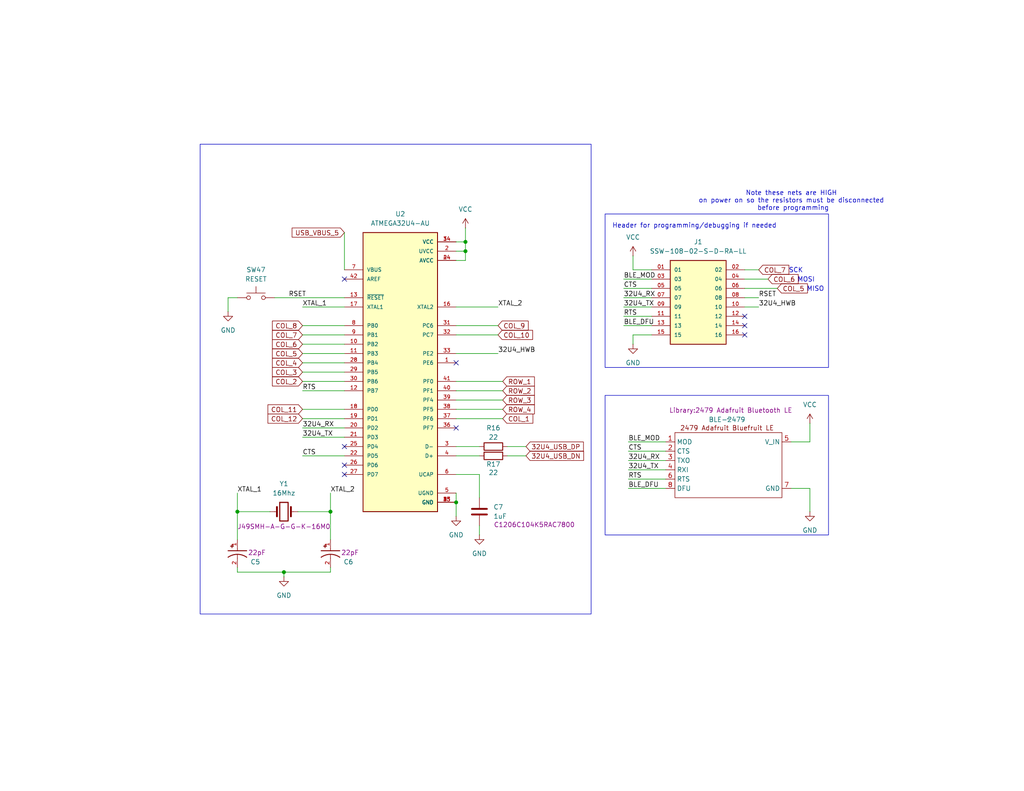
<source format=kicad_sch>
(kicad_sch
	(version 20231120)
	(generator "eeschema")
	(generator_version "8.0")
	(uuid "4da63ada-046c-48c1-ae12-3b784b4573f7")
	(paper "USLetter")
	(title_block
		(title "40% Keyboard Switch Matrix")
		(date "2024-03-30")
		(rev "4")
		(company "Luke Zambella")
	)
	(lib_symbols
		(symbol "2479_Adafruit_Bluefruit_LE_UART_1"
			(exclude_from_sim no)
			(in_bom yes)
			(on_board yes)
			(property "Reference" "U"
				(at -0.254 2.54 0)
				(effects
					(font
						(size 1.27 1.27)
					)
				)
			)
			(property "Value" ""
				(at 0 0 0)
				(effects
					(font
						(size 1.27 1.27)
					)
				)
			)
			(property "Footprint" ""
				(at 0 0 0)
				(effects
					(font
						(size 1.27 1.27)
					)
					(hide yes)
				)
			)
			(property "Datasheet" ""
				(at 0 0 0)
				(effects
					(font
						(size 1.27 1.27)
					)
					(hide yes)
				)
			)
			(property "Description" ""
				(at 0 0 0)
				(effects
					(font
						(size 1.27 1.27)
					)
					(hide yes)
				)
			)
			(symbol "2479_Adafruit_Bluefruit_LE_UART_1_0_1"
				(rectangle
					(start -2.54 -1.27)
					(end 26.67 -19.05)
					(stroke
						(width 0)
						(type default)
					)
					(fill
						(type none)
					)
				)
			)
			(symbol "2479_Adafruit_Bluefruit_LE_UART_1_1_1"
				(text "2479 Adafruit Bluefruit LE"
					(at 11.684 0 0)
					(effects
						(font
							(size 1.27 1.27)
						)
					)
				)
				(pin bidirectional line
					(at -5.08 -3.81 0)
					(length 2.54)
					(name "MOD"
						(effects
							(font
								(size 1.27 1.27)
							)
						)
					)
					(number "1"
						(effects
							(font
								(size 1.27 1.27)
							)
						)
					)
				)
				(pin bidirectional line
					(at -5.08 -6.35 0)
					(length 2.54)
					(name "CTS"
						(effects
							(font
								(size 1.27 1.27)
							)
						)
					)
					(number "2"
						(effects
							(font
								(size 1.27 1.27)
							)
						)
					)
				)
				(pin output line
					(at -5.08 -8.89 0)
					(length 2.54)
					(name "TXO"
						(effects
							(font
								(size 1.27 1.27)
							)
						)
					)
					(number "3"
						(effects
							(font
								(size 1.27 1.27)
							)
						)
					)
				)
				(pin input line
					(at -5.08 -11.43 0)
					(length 2.54)
					(name "RXI"
						(effects
							(font
								(size 1.27 1.27)
							)
						)
					)
					(number "4"
						(effects
							(font
								(size 1.27 1.27)
							)
						)
					)
				)
				(pin power_in line
					(at 29.21 -3.81 180)
					(length 2.54)
					(name "V_IN"
						(effects
							(font
								(size 1.27 1.27)
							)
						)
					)
					(number "5"
						(effects
							(font
								(size 1.27 1.27)
							)
						)
					)
				)
				(pin bidirectional line
					(at -5.08 -13.97 0)
					(length 2.54)
					(name "RTS"
						(effects
							(font
								(size 1.27 1.27)
							)
						)
					)
					(number "6"
						(effects
							(font
								(size 1.27 1.27)
							)
						)
					)
				)
				(pin passive line
					(at 29.21 -16.51 180)
					(length 2.54)
					(name "GND"
						(effects
							(font
								(size 1.27 1.27)
							)
						)
					)
					(number "7"
						(effects
							(font
								(size 1.27 1.27)
							)
						)
					)
				)
				(pin bidirectional line
					(at -5.08 -16.51 0)
					(length 2.54)
					(name "DFU"
						(effects
							(font
								(size 1.27 1.27)
							)
						)
					)
					(number "8"
						(effects
							(font
								(size 1.27 1.27)
							)
						)
					)
				)
			)
		)
		(symbol "Device:C"
			(pin_numbers hide)
			(pin_names
				(offset 0.254)
			)
			(exclude_from_sim no)
			(in_bom yes)
			(on_board yes)
			(property "Reference" "C"
				(at 0.635 2.54 0)
				(effects
					(font
						(size 1.27 1.27)
					)
					(justify left)
				)
			)
			(property "Value" "C"
				(at 0.635 -2.54 0)
				(effects
					(font
						(size 1.27 1.27)
					)
					(justify left)
				)
			)
			(property "Footprint" ""
				(at 0.9652 -3.81 0)
				(effects
					(font
						(size 1.27 1.27)
					)
					(hide yes)
				)
			)
			(property "Datasheet" "~"
				(at 0 0 0)
				(effects
					(font
						(size 1.27 1.27)
					)
					(hide yes)
				)
			)
			(property "Description" "Unpolarized capacitor"
				(at 0 0 0)
				(effects
					(font
						(size 1.27 1.27)
					)
					(hide yes)
				)
			)
			(property "ki_keywords" "cap capacitor"
				(at 0 0 0)
				(effects
					(font
						(size 1.27 1.27)
					)
					(hide yes)
				)
			)
			(property "ki_fp_filters" "C_*"
				(at 0 0 0)
				(effects
					(font
						(size 1.27 1.27)
					)
					(hide yes)
				)
			)
			(symbol "C_0_1"
				(polyline
					(pts
						(xy -2.032 -0.762) (xy 2.032 -0.762)
					)
					(stroke
						(width 0.508)
						(type default)
					)
					(fill
						(type none)
					)
				)
				(polyline
					(pts
						(xy -2.032 0.762) (xy 2.032 0.762)
					)
					(stroke
						(width 0.508)
						(type default)
					)
					(fill
						(type none)
					)
				)
			)
			(symbol "C_1_1"
				(pin passive line
					(at 0 3.81 270)
					(length 2.794)
					(name "~"
						(effects
							(font
								(size 1.27 1.27)
							)
						)
					)
					(number "1"
						(effects
							(font
								(size 1.27 1.27)
							)
						)
					)
				)
				(pin passive line
					(at 0 -3.81 90)
					(length 2.794)
					(name "~"
						(effects
							(font
								(size 1.27 1.27)
							)
						)
					)
					(number "2"
						(effects
							(font
								(size 1.27 1.27)
							)
						)
					)
				)
			)
		)
		(symbol "Device:Crystal"
			(pin_numbers hide)
			(pin_names
				(offset 1.016) hide)
			(exclude_from_sim no)
			(in_bom yes)
			(on_board yes)
			(property "Reference" "Y"
				(at 0 3.81 0)
				(effects
					(font
						(size 1.27 1.27)
					)
				)
			)
			(property "Value" "Crystal"
				(at 0 -3.81 0)
				(effects
					(font
						(size 1.27 1.27)
					)
				)
			)
			(property "Footprint" ""
				(at 0 0 0)
				(effects
					(font
						(size 1.27 1.27)
					)
					(hide yes)
				)
			)
			(property "Datasheet" "~"
				(at 0 0 0)
				(effects
					(font
						(size 1.27 1.27)
					)
					(hide yes)
				)
			)
			(property "Description" "Two pin crystal"
				(at 0 0 0)
				(effects
					(font
						(size 1.27 1.27)
					)
					(hide yes)
				)
			)
			(property "ki_keywords" "quartz ceramic resonator oscillator"
				(at 0 0 0)
				(effects
					(font
						(size 1.27 1.27)
					)
					(hide yes)
				)
			)
			(property "ki_fp_filters" "Crystal*"
				(at 0 0 0)
				(effects
					(font
						(size 1.27 1.27)
					)
					(hide yes)
				)
			)
			(symbol "Crystal_0_1"
				(rectangle
					(start -1.143 2.54)
					(end 1.143 -2.54)
					(stroke
						(width 0.3048)
						(type default)
					)
					(fill
						(type none)
					)
				)
				(polyline
					(pts
						(xy -2.54 0) (xy -1.905 0)
					)
					(stroke
						(width 0)
						(type default)
					)
					(fill
						(type none)
					)
				)
				(polyline
					(pts
						(xy -1.905 -1.27) (xy -1.905 1.27)
					)
					(stroke
						(width 0.508)
						(type default)
					)
					(fill
						(type none)
					)
				)
				(polyline
					(pts
						(xy 1.905 -1.27) (xy 1.905 1.27)
					)
					(stroke
						(width 0.508)
						(type default)
					)
					(fill
						(type none)
					)
				)
				(polyline
					(pts
						(xy 2.54 0) (xy 1.905 0)
					)
					(stroke
						(width 0)
						(type default)
					)
					(fill
						(type none)
					)
				)
			)
			(symbol "Crystal_1_1"
				(pin passive line
					(at -3.81 0 0)
					(length 1.27)
					(name "1"
						(effects
							(font
								(size 1.27 1.27)
							)
						)
					)
					(number "1"
						(effects
							(font
								(size 1.27 1.27)
							)
						)
					)
				)
				(pin passive line
					(at 3.81 0 180)
					(length 1.27)
					(name "2"
						(effects
							(font
								(size 1.27 1.27)
							)
						)
					)
					(number "2"
						(effects
							(font
								(size 1.27 1.27)
							)
						)
					)
				)
			)
		)
		(symbol "Device:R"
			(pin_numbers hide)
			(pin_names
				(offset 0)
			)
			(exclude_from_sim no)
			(in_bom yes)
			(on_board yes)
			(property "Reference" "R"
				(at 2.032 0 90)
				(effects
					(font
						(size 1.27 1.27)
					)
				)
			)
			(property "Value" "R"
				(at 0 0 90)
				(effects
					(font
						(size 1.27 1.27)
					)
				)
			)
			(property "Footprint" ""
				(at -1.778 0 90)
				(effects
					(font
						(size 1.27 1.27)
					)
					(hide yes)
				)
			)
			(property "Datasheet" "~"
				(at 0 0 0)
				(effects
					(font
						(size 1.27 1.27)
					)
					(hide yes)
				)
			)
			(property "Description" "Resistor"
				(at 0 0 0)
				(effects
					(font
						(size 1.27 1.27)
					)
					(hide yes)
				)
			)
			(property "ki_keywords" "R res resistor"
				(at 0 0 0)
				(effects
					(font
						(size 1.27 1.27)
					)
					(hide yes)
				)
			)
			(property "ki_fp_filters" "R_*"
				(at 0 0 0)
				(effects
					(font
						(size 1.27 1.27)
					)
					(hide yes)
				)
			)
			(symbol "R_0_1"
				(rectangle
					(start -1.016 -2.54)
					(end 1.016 2.54)
					(stroke
						(width 0.254)
						(type default)
					)
					(fill
						(type none)
					)
				)
			)
			(symbol "R_1_1"
				(pin passive line
					(at 0 3.81 270)
					(length 1.27)
					(name "~"
						(effects
							(font
								(size 1.27 1.27)
							)
						)
					)
					(number "1"
						(effects
							(font
								(size 1.27 1.27)
							)
						)
					)
				)
				(pin passive line
					(at 0 -3.81 90)
					(length 1.27)
					(name "~"
						(effects
							(font
								(size 1.27 1.27)
							)
						)
					)
					(number "2"
						(effects
							(font
								(size 1.27 1.27)
							)
						)
					)
				)
			)
		)
		(symbol "My Parts:SSW-108-02-S-D-RA-LL"
			(pin_names
				(offset 1.016)
			)
			(exclude_from_sim no)
			(in_bom yes)
			(on_board yes)
			(property "Reference" "J"
				(at -8.12 12.7 0)
				(effects
					(font
						(size 1.27 1.27)
					)
					(justify left bottom)
				)
			)
			(property "Value" "SSW-108-02-S-D-RA-LL"
				(at -7.62 -12.7 0)
				(effects
					(font
						(size 1.27 1.27)
					)
					(justify left bottom)
				)
			)
			(property "Footprint" "SSW-108-02-S-D-RA-LL:SAMTEC_SSW-108-02-S-D-RA-LL"
				(at 0 0 0)
				(effects
					(font
						(size 1.27 1.27)
					)
					(justify bottom)
					(hide yes)
				)
			)
			(property "Datasheet" ""
				(at 0 0 0)
				(effects
					(font
						(size 1.27 1.27)
					)
					(hide yes)
				)
			)
			(property "Description" ""
				(at 0 0 0)
				(effects
					(font
						(size 1.27 1.27)
					)
					(hide yes)
				)
			)
			(property "MF" "Samtec"
				(at 0 0 0)
				(effects
					(font
						(size 1.27 1.27)
					)
					(justify bottom)
					(hide yes)
				)
			)
			(property "Description_1" "\n16 Position Receptacle Connector 0.100 (2.54mm) Through Hole, Right Angle Gold\n"
				(at 0 0 0)
				(effects
					(font
						(size 1.27 1.27)
					)
					(justify bottom)
					(hide yes)
				)
			)
			(property "Package" "None"
				(at 0 0 0)
				(effects
					(font
						(size 1.27 1.27)
					)
					(justify bottom)
					(hide yes)
				)
			)
			(property "Price" "None"
				(at 0 0 0)
				(effects
					(font
						(size 1.27 1.27)
					)
					(justify bottom)
					(hide yes)
				)
			)
			(property "Check_prices" "https://www.snapeda.com/parts/SSW-108-02-S-D-RA-LL/Samtec/view-part/?ref=eda"
				(at 0 0 0)
				(effects
					(font
						(size 1.27 1.27)
					)
					(justify bottom)
					(hide yes)
				)
			)
			(property "STANDARD" "Manufacturer Recommendations"
				(at 0 0 0)
				(effects
					(font
						(size 1.27 1.27)
					)
					(justify bottom)
					(hide yes)
				)
			)
			(property "PARTREV" "R"
				(at 0 0 0)
				(effects
					(font
						(size 1.27 1.27)
					)
					(justify bottom)
					(hide yes)
				)
			)
			(property "SnapEDA_Link" "https://www.snapeda.com/parts/SSW-108-02-S-D-RA-LL/Samtec/view-part/?ref=snap"
				(at 0 0 0)
				(effects
					(font
						(size 1.27 1.27)
					)
					(justify bottom)
					(hide yes)
				)
			)
			(property "MP" "SSW-108-02-S-D-RA-LL"
				(at 0 0 0)
				(effects
					(font
						(size 1.27 1.27)
					)
					(justify bottom)
					(hide yes)
				)
			)
			(property "Availability" "In Stock"
				(at 0 0 0)
				(effects
					(font
						(size 1.27 1.27)
					)
					(justify bottom)
					(hide yes)
				)
			)
			(property "MANUFACTURER" "Samtec"
				(at 0 0 0)
				(effects
					(font
						(size 1.27 1.27)
					)
					(justify bottom)
					(hide yes)
				)
			)
			(symbol "SSW-108-02-S-D-RA-LL_0_0"
				(rectangle
					(start -7.62 -10.16)
					(end 7.62 12.7)
					(stroke
						(width 0.254)
						(type default)
					)
					(fill
						(type background)
					)
				)
				(pin passive line
					(at -12.7 10.16 0)
					(length 5.08)
					(name "01"
						(effects
							(font
								(size 1.016 1.016)
							)
						)
					)
					(number "01"
						(effects
							(font
								(size 1.016 1.016)
							)
						)
					)
				)
				(pin passive line
					(at 12.7 10.16 180)
					(length 5.08)
					(name "02"
						(effects
							(font
								(size 1.016 1.016)
							)
						)
					)
					(number "02"
						(effects
							(font
								(size 1.016 1.016)
							)
						)
					)
				)
				(pin passive line
					(at -12.7 7.62 0)
					(length 5.08)
					(name "03"
						(effects
							(font
								(size 1.016 1.016)
							)
						)
					)
					(number "03"
						(effects
							(font
								(size 1.016 1.016)
							)
						)
					)
				)
				(pin passive line
					(at 12.7 7.62 180)
					(length 5.08)
					(name "04"
						(effects
							(font
								(size 1.016 1.016)
							)
						)
					)
					(number "04"
						(effects
							(font
								(size 1.016 1.016)
							)
						)
					)
				)
				(pin passive line
					(at -12.7 5.08 0)
					(length 5.08)
					(name "05"
						(effects
							(font
								(size 1.016 1.016)
							)
						)
					)
					(number "05"
						(effects
							(font
								(size 1.016 1.016)
							)
						)
					)
				)
				(pin passive line
					(at 12.7 5.08 180)
					(length 5.08)
					(name "06"
						(effects
							(font
								(size 1.016 1.016)
							)
						)
					)
					(number "06"
						(effects
							(font
								(size 1.016 1.016)
							)
						)
					)
				)
				(pin passive line
					(at -12.7 2.54 0)
					(length 5.08)
					(name "07"
						(effects
							(font
								(size 1.016 1.016)
							)
						)
					)
					(number "07"
						(effects
							(font
								(size 1.016 1.016)
							)
						)
					)
				)
				(pin passive line
					(at 12.7 2.54 180)
					(length 5.08)
					(name "08"
						(effects
							(font
								(size 1.016 1.016)
							)
						)
					)
					(number "08"
						(effects
							(font
								(size 1.016 1.016)
							)
						)
					)
				)
				(pin passive line
					(at -12.7 0 0)
					(length 5.08)
					(name "09"
						(effects
							(font
								(size 1.016 1.016)
							)
						)
					)
					(number "09"
						(effects
							(font
								(size 1.016 1.016)
							)
						)
					)
				)
				(pin passive line
					(at 12.7 0 180)
					(length 5.08)
					(name "10"
						(effects
							(font
								(size 1.016 1.016)
							)
						)
					)
					(number "10"
						(effects
							(font
								(size 1.016 1.016)
							)
						)
					)
				)
				(pin passive line
					(at -12.7 -2.54 0)
					(length 5.08)
					(name "11"
						(effects
							(font
								(size 1.016 1.016)
							)
						)
					)
					(number "11"
						(effects
							(font
								(size 1.016 1.016)
							)
						)
					)
				)
				(pin passive line
					(at 12.7 -2.54 180)
					(length 5.08)
					(name "12"
						(effects
							(font
								(size 1.016 1.016)
							)
						)
					)
					(number "12"
						(effects
							(font
								(size 1.016 1.016)
							)
						)
					)
				)
				(pin passive line
					(at -12.7 -5.08 0)
					(length 5.08)
					(name "13"
						(effects
							(font
								(size 1.016 1.016)
							)
						)
					)
					(number "13"
						(effects
							(font
								(size 1.016 1.016)
							)
						)
					)
				)
				(pin passive line
					(at 12.7 -5.08 180)
					(length 5.08)
					(name "14"
						(effects
							(font
								(size 1.016 1.016)
							)
						)
					)
					(number "14"
						(effects
							(font
								(size 1.016 1.016)
							)
						)
					)
				)
				(pin passive line
					(at -12.7 -7.62 0)
					(length 5.08)
					(name "15"
						(effects
							(font
								(size 1.016 1.016)
							)
						)
					)
					(number "15"
						(effects
							(font
								(size 1.016 1.016)
							)
						)
					)
				)
				(pin passive line
					(at 12.7 -7.62 180)
					(length 5.08)
					(name "16"
						(effects
							(font
								(size 1.016 1.016)
							)
						)
					)
					(number "16"
						(effects
							(font
								(size 1.016 1.016)
							)
						)
					)
				)
			)
		)
		(symbol "Project:ATMEGA32U4-AU"
			(pin_names
				(offset 1.016)
			)
			(exclude_from_sim no)
			(in_bom yes)
			(on_board yes)
			(property "Reference" "U"
				(at -10.1752 39.4289 0)
				(effects
					(font
						(size 1.27 1.27)
					)
					(justify left bottom)
				)
			)
			(property "Value" "ATMEGA32U4-AU"
				(at -10.1803 -41.9936 0)
				(effects
					(font
						(size 1.27 1.27)
					)
					(justify left bottom)
				)
			)
			(property "Footprint" "ATMEGA32U4-AU:QFP80P1200X1200X120-44N"
				(at 0 0 0)
				(effects
					(font
						(size 1.27 1.27)
					)
					(justify bottom)
					(hide yes)
				)
			)
			(property "Datasheet" ""
				(at 0 0 0)
				(effects
					(font
						(size 1.27 1.27)
					)
					(hide yes)
				)
			)
			(property "Description" ""
				(at 0 0 0)
				(effects
					(font
						(size 1.27 1.27)
					)
					(hide yes)
				)
			)
			(property "MF" "Microchip"
				(at 0 0 0)
				(effects
					(font
						(size 1.27 1.27)
					)
					(justify bottom)
					(hide yes)
				)
			)
			(property "Description_1" "\nMicrocontroller, USB controller 16/32K of ISP flash, TQFP44 industrial, 8-bit | Microchip Technology Inc. ATMEGA32U4-AU\n"
				(at 0 0 0)
				(effects
					(font
						(size 1.27 1.27)
					)
					(justify bottom)
					(hide yes)
				)
			)
			(property "Package" "TQFP-44 Microchip"
				(at 0 0 0)
				(effects
					(font
						(size 1.27 1.27)
					)
					(justify bottom)
					(hide yes)
				)
			)
			(property "Price" "None"
				(at 0 0 0)
				(effects
					(font
						(size 1.27 1.27)
					)
					(justify bottom)
					(hide yes)
				)
			)
			(property "Check_prices" "https://www.snapeda.com/parts/ATMEGA32U4-AU/Microchip/view-part/?ref=eda"
				(at 0 0 0)
				(effects
					(font
						(size 1.27 1.27)
					)
					(justify bottom)
					(hide yes)
				)
			)
			(property "SnapEDA_Link" "https://www.snapeda.com/parts/ATMEGA32U4-AU/Microchip/view-part/?ref=snap"
				(at 0 0 0)
				(effects
					(font
						(size 1.27 1.27)
					)
					(justify bottom)
					(hide yes)
				)
			)
			(property "MP" "ATMEGA32U4-AU"
				(at 0 0 0)
				(effects
					(font
						(size 1.27 1.27)
					)
					(justify bottom)
					(hide yes)
				)
			)
			(property "Availability" "In Stock"
				(at 0 0 0)
				(effects
					(font
						(size 1.27 1.27)
					)
					(justify bottom)
					(hide yes)
				)
			)
			(property "MANUFACTURER" "Atmel"
				(at 0 0 0)
				(effects
					(font
						(size 1.27 1.27)
					)
					(justify bottom)
					(hide yes)
				)
			)
			(symbol "ATMEGA32U4-AU_0_0"
				(rectangle
					(start -10.16 -38.1)
					(end 10.16 38.1)
					(stroke
						(width 0.254)
						(type default)
					)
					(fill
						(type background)
					)
				)
				(pin bidirectional line
					(at 15.24 2.54 180)
					(length 5.08)
					(name "PE6"
						(effects
							(font
								(size 1.016 1.016)
							)
						)
					)
					(number "1"
						(effects
							(font
								(size 1.016 1.016)
							)
						)
					)
				)
				(pin bidirectional line
					(at -15.24 7.62 0)
					(length 5.08)
					(name "PB2"
						(effects
							(font
								(size 1.016 1.016)
							)
						)
					)
					(number "10"
						(effects
							(font
								(size 1.016 1.016)
							)
						)
					)
				)
				(pin bidirectional line
					(at -15.24 5.08 0)
					(length 5.08)
					(name "PB3"
						(effects
							(font
								(size 1.016 1.016)
							)
						)
					)
					(number "11"
						(effects
							(font
								(size 1.016 1.016)
							)
						)
					)
				)
				(pin bidirectional line
					(at -15.24 -5.08 0)
					(length 5.08)
					(name "PB7"
						(effects
							(font
								(size 1.016 1.016)
							)
						)
					)
					(number "12"
						(effects
							(font
								(size 1.016 1.016)
							)
						)
					)
				)
				(pin input line
					(at -15.24 20.32 0)
					(length 5.08)
					(name "~{RESET}"
						(effects
							(font
								(size 1.016 1.016)
							)
						)
					)
					(number "13"
						(effects
							(font
								(size 1.016 1.016)
							)
						)
					)
				)
				(pin power_in line
					(at 15.24 35.56 180)
					(length 5.08)
					(name "VCC"
						(effects
							(font
								(size 1.016 1.016)
							)
						)
					)
					(number "14"
						(effects
							(font
								(size 1.016 1.016)
							)
						)
					)
				)
				(pin power_in line
					(at 15.24 -35.56 180)
					(length 5.08)
					(name "GND"
						(effects
							(font
								(size 1.016 1.016)
							)
						)
					)
					(number "15"
						(effects
							(font
								(size 1.016 1.016)
							)
						)
					)
				)
				(pin output line
					(at 15.24 17.78 180)
					(length 5.08)
					(name "XTAL2"
						(effects
							(font
								(size 1.016 1.016)
							)
						)
					)
					(number "16"
						(effects
							(font
								(size 1.016 1.016)
							)
						)
					)
				)
				(pin input line
					(at -15.24 17.78 0)
					(length 5.08)
					(name "XTAL1"
						(effects
							(font
								(size 1.016 1.016)
							)
						)
					)
					(number "17"
						(effects
							(font
								(size 1.016 1.016)
							)
						)
					)
				)
				(pin bidirectional line
					(at -15.24 -10.16 0)
					(length 5.08)
					(name "PD0"
						(effects
							(font
								(size 1.016 1.016)
							)
						)
					)
					(number "18"
						(effects
							(font
								(size 1.016 1.016)
							)
						)
					)
				)
				(pin bidirectional line
					(at -15.24 -12.7 0)
					(length 5.08)
					(name "PD1"
						(effects
							(font
								(size 1.016 1.016)
							)
						)
					)
					(number "19"
						(effects
							(font
								(size 1.016 1.016)
							)
						)
					)
				)
				(pin power_in line
					(at 15.24 33.02 180)
					(length 5.08)
					(name "UVCC"
						(effects
							(font
								(size 1.016 1.016)
							)
						)
					)
					(number "2"
						(effects
							(font
								(size 1.016 1.016)
							)
						)
					)
				)
				(pin bidirectional line
					(at -15.24 -15.24 0)
					(length 5.08)
					(name "PD2"
						(effects
							(font
								(size 1.016 1.016)
							)
						)
					)
					(number "20"
						(effects
							(font
								(size 1.016 1.016)
							)
						)
					)
				)
				(pin bidirectional line
					(at -15.24 -17.78 0)
					(length 5.08)
					(name "PD3"
						(effects
							(font
								(size 1.016 1.016)
							)
						)
					)
					(number "21"
						(effects
							(font
								(size 1.016 1.016)
							)
						)
					)
				)
				(pin bidirectional line
					(at -15.24 -22.86 0)
					(length 5.08)
					(name "PD5"
						(effects
							(font
								(size 1.016 1.016)
							)
						)
					)
					(number "22"
						(effects
							(font
								(size 1.016 1.016)
							)
						)
					)
				)
				(pin power_in line
					(at 15.24 -35.56 180)
					(length 5.08)
					(name "GND"
						(effects
							(font
								(size 1.016 1.016)
							)
						)
					)
					(number "23"
						(effects
							(font
								(size 1.016 1.016)
							)
						)
					)
				)
				(pin power_in line
					(at 15.24 30.48 180)
					(length 5.08)
					(name "AVCC"
						(effects
							(font
								(size 1.016 1.016)
							)
						)
					)
					(number "24"
						(effects
							(font
								(size 1.016 1.016)
							)
						)
					)
				)
				(pin bidirectional line
					(at -15.24 -20.32 0)
					(length 5.08)
					(name "PD4"
						(effects
							(font
								(size 1.016 1.016)
							)
						)
					)
					(number "25"
						(effects
							(font
								(size 1.016 1.016)
							)
						)
					)
				)
				(pin bidirectional line
					(at -15.24 -25.4 0)
					(length 5.08)
					(name "PD6"
						(effects
							(font
								(size 1.016 1.016)
							)
						)
					)
					(number "26"
						(effects
							(font
								(size 1.016 1.016)
							)
						)
					)
				)
				(pin bidirectional line
					(at -15.24 -27.94 0)
					(length 5.08)
					(name "PD7"
						(effects
							(font
								(size 1.016 1.016)
							)
						)
					)
					(number "27"
						(effects
							(font
								(size 1.016 1.016)
							)
						)
					)
				)
				(pin bidirectional line
					(at -15.24 2.54 0)
					(length 5.08)
					(name "PB4"
						(effects
							(font
								(size 1.016 1.016)
							)
						)
					)
					(number "28"
						(effects
							(font
								(size 1.016 1.016)
							)
						)
					)
				)
				(pin bidirectional line
					(at -15.24 0 0)
					(length 5.08)
					(name "PB5"
						(effects
							(font
								(size 1.016 1.016)
							)
						)
					)
					(number "29"
						(effects
							(font
								(size 1.016 1.016)
							)
						)
					)
				)
				(pin bidirectional line
					(at 15.24 -20.32 180)
					(length 5.08)
					(name "D-"
						(effects
							(font
								(size 1.016 1.016)
							)
						)
					)
					(number "3"
						(effects
							(font
								(size 1.016 1.016)
							)
						)
					)
				)
				(pin bidirectional line
					(at -15.24 -2.54 0)
					(length 5.08)
					(name "PB6"
						(effects
							(font
								(size 1.016 1.016)
							)
						)
					)
					(number "30"
						(effects
							(font
								(size 1.016 1.016)
							)
						)
					)
				)
				(pin bidirectional line
					(at 15.24 12.7 180)
					(length 5.08)
					(name "PC6"
						(effects
							(font
								(size 1.016 1.016)
							)
						)
					)
					(number "31"
						(effects
							(font
								(size 1.016 1.016)
							)
						)
					)
				)
				(pin bidirectional line
					(at 15.24 10.16 180)
					(length 5.08)
					(name "PC7"
						(effects
							(font
								(size 1.016 1.016)
							)
						)
					)
					(number "32"
						(effects
							(font
								(size 1.016 1.016)
							)
						)
					)
				)
				(pin bidirectional line
					(at 15.24 5.08 180)
					(length 5.08)
					(name "PE2"
						(effects
							(font
								(size 1.016 1.016)
							)
						)
					)
					(number "33"
						(effects
							(font
								(size 1.016 1.016)
							)
						)
					)
				)
				(pin power_in line
					(at 15.24 35.56 180)
					(length 5.08)
					(name "VCC"
						(effects
							(font
								(size 1.016 1.016)
							)
						)
					)
					(number "34"
						(effects
							(font
								(size 1.016 1.016)
							)
						)
					)
				)
				(pin power_in line
					(at 15.24 -35.56 180)
					(length 5.08)
					(name "GND"
						(effects
							(font
								(size 1.016 1.016)
							)
						)
					)
					(number "35"
						(effects
							(font
								(size 1.016 1.016)
							)
						)
					)
				)
				(pin bidirectional line
					(at 15.24 -15.24 180)
					(length 5.08)
					(name "PF7"
						(effects
							(font
								(size 1.016 1.016)
							)
						)
					)
					(number "36"
						(effects
							(font
								(size 1.016 1.016)
							)
						)
					)
				)
				(pin bidirectional line
					(at 15.24 -12.7 180)
					(length 5.08)
					(name "PF6"
						(effects
							(font
								(size 1.016 1.016)
							)
						)
					)
					(number "37"
						(effects
							(font
								(size 1.016 1.016)
							)
						)
					)
				)
				(pin bidirectional line
					(at 15.24 -10.16 180)
					(length 5.08)
					(name "PF5"
						(effects
							(font
								(size 1.016 1.016)
							)
						)
					)
					(number "38"
						(effects
							(font
								(size 1.016 1.016)
							)
						)
					)
				)
				(pin bidirectional line
					(at 15.24 -7.62 180)
					(length 5.08)
					(name "PF4"
						(effects
							(font
								(size 1.016 1.016)
							)
						)
					)
					(number "39"
						(effects
							(font
								(size 1.016 1.016)
							)
						)
					)
				)
				(pin bidirectional line
					(at 15.24 -22.86 180)
					(length 5.08)
					(name "D+"
						(effects
							(font
								(size 1.016 1.016)
							)
						)
					)
					(number "4"
						(effects
							(font
								(size 1.016 1.016)
							)
						)
					)
				)
				(pin bidirectional line
					(at 15.24 -5.08 180)
					(length 5.08)
					(name "PF1"
						(effects
							(font
								(size 1.016 1.016)
							)
						)
					)
					(number "40"
						(effects
							(font
								(size 1.016 1.016)
							)
						)
					)
				)
				(pin bidirectional line
					(at 15.24 -2.54 180)
					(length 5.08)
					(name "PF0"
						(effects
							(font
								(size 1.016 1.016)
							)
						)
					)
					(number "41"
						(effects
							(font
								(size 1.016 1.016)
							)
						)
					)
				)
				(pin input line
					(at -15.24 25.4 0)
					(length 5.08)
					(name "AREF"
						(effects
							(font
								(size 1.016 1.016)
							)
						)
					)
					(number "42"
						(effects
							(font
								(size 1.016 1.016)
							)
						)
					)
				)
				(pin power_in line
					(at 15.24 -35.56 180)
					(length 5.08)
					(name "GND"
						(effects
							(font
								(size 1.016 1.016)
							)
						)
					)
					(number "43"
						(effects
							(font
								(size 1.016 1.016)
							)
						)
					)
				)
				(pin power_in line
					(at 15.24 30.48 180)
					(length 5.08)
					(name "AVCC"
						(effects
							(font
								(size 1.016 1.016)
							)
						)
					)
					(number "44"
						(effects
							(font
								(size 1.016 1.016)
							)
						)
					)
				)
				(pin power_in line
					(at 15.24 -33.02 180)
					(length 5.08)
					(name "UGND"
						(effects
							(font
								(size 1.016 1.016)
							)
						)
					)
					(number "5"
						(effects
							(font
								(size 1.016 1.016)
							)
						)
					)
				)
				(pin passive line
					(at 15.24 -27.94 180)
					(length 5.08)
					(name "UCAP"
						(effects
							(font
								(size 1.016 1.016)
							)
						)
					)
					(number "6"
						(effects
							(font
								(size 1.016 1.016)
							)
						)
					)
				)
				(pin input line
					(at -15.24 27.94 0)
					(length 5.08)
					(name "VBUS"
						(effects
							(font
								(size 1.016 1.016)
							)
						)
					)
					(number "7"
						(effects
							(font
								(size 1.016 1.016)
							)
						)
					)
				)
				(pin bidirectional line
					(at -15.24 12.7 0)
					(length 5.08)
					(name "PB0"
						(effects
							(font
								(size 1.016 1.016)
							)
						)
					)
					(number "8"
						(effects
							(font
								(size 1.016 1.016)
							)
						)
					)
				)
				(pin bidirectional line
					(at -15.24 10.16 0)
					(length 5.08)
					(name "PB1"
						(effects
							(font
								(size 1.016 1.016)
							)
						)
					)
					(number "9"
						(effects
							(font
								(size 1.016 1.016)
							)
						)
					)
				)
			)
		)
		(symbol "Project:EEEFK1H220P"
			(pin_names
				(offset 1.016)
			)
			(exclude_from_sim no)
			(in_bom yes)
			(on_board yes)
			(property "Reference" "C"
				(at -2.54 3.81 0)
				(effects
					(font
						(size 1.27 1.27)
					)
					(justify left bottom)
				)
			)
			(property "Value" "EEEFK1H220P"
				(at -2.54 -5.08 0)
				(effects
					(font
						(size 1.27 1.27)
					)
					(justify left bottom)
				)
			)
			(property "Footprint" "EEEFK1H220P:CAP_EEEFK1H220P"
				(at 0 0 0)
				(effects
					(font
						(size 1.27 1.27)
					)
					(justify bottom)
					(hide yes)
				)
			)
			(property "Datasheet" ""
				(at 0 0 0)
				(effects
					(font
						(size 1.27 1.27)
					)
					(hide yes)
				)
			)
			(property "Description" ""
				(at 0 0 0)
				(effects
					(font
						(size 1.27 1.27)
					)
					(hide yes)
				)
			)
			(property "MF" "Panasonic Electronic"
				(at 0 0 0)
				(effects
					(font
						(size 1.27 1.27)
					)
					(justify bottom)
					(hide yes)
				)
			)
			(property "MAXIMUM_PACKAGE_HEIGHT" "5.8mm"
				(at 0 0 0)
				(effects
					(font
						(size 1.27 1.27)
					)
					(justify bottom)
					(hide yes)
				)
			)
			(property "Package" "RADIAL-2 Panasonic"
				(at 0 0 0)
				(effects
					(font
						(size 1.27 1.27)
					)
					(justify bottom)
					(hide yes)
				)
			)
			(property "Price" "None"
				(at 0 0 0)
				(effects
					(font
						(size 1.27 1.27)
					)
					(justify bottom)
					(hide yes)
				)
			)
			(property "Check_prices" "https://www.snapeda.com/parts/EEE-FK1H220P/Panasonic+Electronic+Components/view-part/?ref=eda"
				(at 0 0 0)
				(effects
					(font
						(size 1.27 1.27)
					)
					(justify bottom)
					(hide yes)
				)
			)
			(property "STANDARD" "Manufacturer Recommendations"
				(at 0 0 0)
				(effects
					(font
						(size 1.27 1.27)
					)
					(justify bottom)
					(hide yes)
				)
			)
			(property "PARTREV" "10-Oct-19"
				(at 0 0 0)
				(effects
					(font
						(size 1.27 1.27)
					)
					(justify bottom)
					(hide yes)
				)
			)
			(property "SnapEDA_Link" "https://www.snapeda.com/parts/EEE-FK1H220P/Panasonic+Electronic+Components/view-part/?ref=snap"
				(at 0 0 0)
				(effects
					(font
						(size 1.27 1.27)
					)
					(justify bottom)
					(hide yes)
				)
			)
			(property "MP" "EEE-FK1H220P"
				(at 0 0 0)
				(effects
					(font
						(size 1.27 1.27)
					)
					(justify bottom)
					(hide yes)
				)
			)
			(property "Description_1" "\nElectrolytic capacitor SMD 22 µF 50 V 20 % (Ø) 6.3 mm Panasonic EEE-FK1H220P 1 pc(s)\n"
				(at 0 0 0)
				(effects
					(font
						(size 1.27 1.27)
					)
					(justify bottom)
					(hide yes)
				)
			)
			(property "Availability" "In Stock"
				(at 0 0 0)
				(effects
					(font
						(size 1.27 1.27)
					)
					(justify bottom)
					(hide yes)
				)
			)
			(property "MANUFACTURER" "Panasonic"
				(at 0 0 0)
				(effects
					(font
						(size 1.27 1.27)
					)
					(justify bottom)
					(hide yes)
				)
			)
			(symbol "EEEFK1H220P_0_0"
				(rectangle
					(start -1.173 -1.532)
					(end -0.284 -1.405)
					(stroke
						(width 0.1)
						(type default)
					)
					(fill
						(type outline)
					)
				)
				(rectangle
					(start -0.792 -1.913)
					(end -0.665 -1.024)
					(stroke
						(width 0.1)
						(type default)
					)
					(fill
						(type outline)
					)
				)
				(polyline
					(pts
						(xy 0 0) (xy 0.508 0)
					)
					(stroke
						(width 0.1524)
						(type default)
					)
					(fill
						(type none)
					)
				)
				(polyline
					(pts
						(xy 0.508 0) (xy 0.508 -2.54)
					)
					(stroke
						(width 0.254)
						(type default)
					)
					(fill
						(type none)
					)
				)
				(polyline
					(pts
						(xy 0.508 2.54) (xy 0.508 0)
					)
					(stroke
						(width 0.254)
						(type default)
					)
					(fill
						(type none)
					)
				)
				(polyline
					(pts
						(xy 2.54 0) (xy 1.524 0)
					)
					(stroke
						(width 0.1524)
						(type default)
					)
					(fill
						(type none)
					)
				)
				(arc
					(start 2.286 2.54)
					(mid 1.4851 0)
					(end 2.286 -2.54)
					(stroke
						(width 0.254)
						(type default)
					)
					(fill
						(type none)
					)
				)
				(pin passive line
					(at -2.54 0 0)
					(length 2.54)
					(name "~"
						(effects
							(font
								(size 1.016 1.016)
							)
						)
					)
					(number "1"
						(effects
							(font
								(size 1.016 1.016)
							)
						)
					)
				)
				(pin passive line
					(at 5.08 0 180)
					(length 2.54)
					(name "~"
						(effects
							(font
								(size 1.016 1.016)
							)
						)
					)
					(number "2"
						(effects
							(font
								(size 1.016 1.016)
							)
						)
					)
				)
			)
		)
		(symbol "Switches:SW_Push"
			(pin_numbers hide)
			(pin_names
				(offset 1.016) hide)
			(exclude_from_sim no)
			(in_bom yes)
			(on_board yes)
			(property "Reference" "SW"
				(at 1.27 2.54 0)
				(effects
					(font
						(size 1.27 1.27)
					)
					(justify left)
				)
			)
			(property "Value" "SW_Push"
				(at 0 -1.524 0)
				(effects
					(font
						(size 1.27 1.27)
					)
				)
			)
			(property "Footprint" ""
				(at 0 5.08 0)
				(effects
					(font
						(size 1.27 1.27)
					)
					(hide yes)
				)
			)
			(property "Datasheet" "~"
				(at 0 5.08 0)
				(effects
					(font
						(size 1.27 1.27)
					)
					(hide yes)
				)
			)
			(property "Description" "Push button switch, generic, two pins"
				(at 0 0 0)
				(effects
					(font
						(size 1.27 1.27)
					)
					(hide yes)
				)
			)
			(property "ki_keywords" "switch normally-open pushbutton push-button"
				(at 0 0 0)
				(effects
					(font
						(size 1.27 1.27)
					)
					(hide yes)
				)
			)
			(symbol "SW_Push_0_1"
				(circle
					(center -2.032 0)
					(radius 0.508)
					(stroke
						(width 0)
						(type default)
					)
					(fill
						(type none)
					)
				)
				(polyline
					(pts
						(xy 0 1.27) (xy 0 3.048)
					)
					(stroke
						(width 0)
						(type default)
					)
					(fill
						(type none)
					)
				)
				(polyline
					(pts
						(xy 2.54 1.27) (xy -2.54 1.27)
					)
					(stroke
						(width 0)
						(type default)
					)
					(fill
						(type none)
					)
				)
				(circle
					(center 2.032 0)
					(radius 0.508)
					(stroke
						(width 0)
						(type default)
					)
					(fill
						(type none)
					)
				)
				(pin passive line
					(at -5.08 0 0)
					(length 2.54)
					(name "1"
						(effects
							(font
								(size 1.27 1.27)
							)
						)
					)
					(number "1"
						(effects
							(font
								(size 1.27 1.27)
							)
						)
					)
				)
				(pin passive line
					(at 5.08 0 180)
					(length 2.54)
					(name "2"
						(effects
							(font
								(size 1.27 1.27)
							)
						)
					)
					(number "2"
						(effects
							(font
								(size 1.27 1.27)
							)
						)
					)
				)
			)
		)
		(symbol "power:GND"
			(power)
			(pin_numbers hide)
			(pin_names
				(offset 0) hide)
			(exclude_from_sim no)
			(in_bom yes)
			(on_board yes)
			(property "Reference" "#PWR"
				(at 0 -6.35 0)
				(effects
					(font
						(size 1.27 1.27)
					)
					(hide yes)
				)
			)
			(property "Value" "GND"
				(at 0 -3.81 0)
				(effects
					(font
						(size 1.27 1.27)
					)
				)
			)
			(property "Footprint" ""
				(at 0 0 0)
				(effects
					(font
						(size 1.27 1.27)
					)
					(hide yes)
				)
			)
			(property "Datasheet" ""
				(at 0 0 0)
				(effects
					(font
						(size 1.27 1.27)
					)
					(hide yes)
				)
			)
			(property "Description" "Power symbol creates a global label with name \"GND\" , ground"
				(at 0 0 0)
				(effects
					(font
						(size 1.27 1.27)
					)
					(hide yes)
				)
			)
			(property "ki_keywords" "global power"
				(at 0 0 0)
				(effects
					(font
						(size 1.27 1.27)
					)
					(hide yes)
				)
			)
			(symbol "GND_0_1"
				(polyline
					(pts
						(xy 0 0) (xy 0 -1.27) (xy 1.27 -1.27) (xy 0 -2.54) (xy -1.27 -1.27) (xy 0 -1.27)
					)
					(stroke
						(width 0)
						(type default)
					)
					(fill
						(type none)
					)
				)
			)
			(symbol "GND_1_1"
				(pin power_in line
					(at 0 0 270)
					(length 0)
					(name "~"
						(effects
							(font
								(size 1.27 1.27)
							)
						)
					)
					(number "1"
						(effects
							(font
								(size 1.27 1.27)
							)
						)
					)
				)
			)
		)
		(symbol "power:VCC"
			(power)
			(pin_numbers hide)
			(pin_names
				(offset 0) hide)
			(exclude_from_sim no)
			(in_bom yes)
			(on_board yes)
			(property "Reference" "#PWR"
				(at 0 -3.81 0)
				(effects
					(font
						(size 1.27 1.27)
					)
					(hide yes)
				)
			)
			(property "Value" "VCC"
				(at 0 3.556 0)
				(effects
					(font
						(size 1.27 1.27)
					)
				)
			)
			(property "Footprint" ""
				(at 0 0 0)
				(effects
					(font
						(size 1.27 1.27)
					)
					(hide yes)
				)
			)
			(property "Datasheet" ""
				(at 0 0 0)
				(effects
					(font
						(size 1.27 1.27)
					)
					(hide yes)
				)
			)
			(property "Description" "Power symbol creates a global label with name \"VCC\""
				(at 0 0 0)
				(effects
					(font
						(size 1.27 1.27)
					)
					(hide yes)
				)
			)
			(property "ki_keywords" "global power"
				(at 0 0 0)
				(effects
					(font
						(size 1.27 1.27)
					)
					(hide yes)
				)
			)
			(symbol "VCC_0_1"
				(polyline
					(pts
						(xy -0.762 1.27) (xy 0 2.54)
					)
					(stroke
						(width 0)
						(type default)
					)
					(fill
						(type none)
					)
				)
				(polyline
					(pts
						(xy 0 0) (xy 0 2.54)
					)
					(stroke
						(width 0)
						(type default)
					)
					(fill
						(type none)
					)
				)
				(polyline
					(pts
						(xy 0 2.54) (xy 0.762 1.27)
					)
					(stroke
						(width 0)
						(type default)
					)
					(fill
						(type none)
					)
				)
			)
			(symbol "VCC_1_1"
				(pin power_in line
					(at 0 0 90)
					(length 0)
					(name "~"
						(effects
							(font
								(size 1.27 1.27)
							)
						)
					)
					(number "1"
						(effects
							(font
								(size 1.27 1.27)
							)
						)
					)
				)
			)
		)
	)
	(junction
		(at 127 68.58)
		(diameter 0)
		(color 0 0 0 0)
		(uuid "60e20eac-3534-4652-9286-c1f226e6c912")
	)
	(junction
		(at 64.77 139.7)
		(diameter 0)
		(color 0 0 0 0)
		(uuid "aea432f3-3238-416f-bdee-1cc8a1d6d528")
	)
	(junction
		(at 124.46 137.16)
		(diameter 0)
		(color 0 0 0 0)
		(uuid "b24abbf3-bb20-46d2-acb5-ae9df1869a32")
	)
	(junction
		(at 90.17 139.7)
		(diameter 0)
		(color 0 0 0 0)
		(uuid "d4783909-7d6f-471a-be58-6759ad9f451d")
	)
	(junction
		(at 127 66.04)
		(diameter 0)
		(color 0 0 0 0)
		(uuid "e9f875ad-e06a-459b-af0f-7e709804ecc7")
	)
	(junction
		(at 77.47 156.21)
		(diameter 0)
		(color 0 0 0 0)
		(uuid "ff5efd75-a28b-46b8-bb5c-655c8d8de549")
	)
	(no_connect
		(at 124.46 99.06)
		(uuid "02b870dc-d609-40b0-af62-ed96ed58109e")
	)
	(no_connect
		(at 93.98 76.2)
		(uuid "10249e72-7c41-444d-a708-e26543c71ee3")
	)
	(no_connect
		(at 93.98 127)
		(uuid "342b8751-036c-4997-8dd1-c0f87d0f7ca6")
	)
	(no_connect
		(at 203.2 91.44)
		(uuid "37557de4-a06a-42ef-a075-18abcad82d61")
	)
	(no_connect
		(at 124.46 116.84)
		(uuid "43f9dc28-24b5-4e2a-abf1-2664a17ac1b8")
	)
	(no_connect
		(at 203.2 86.36)
		(uuid "464afabb-8199-4477-b153-0a71b4fc4c3f")
	)
	(no_connect
		(at 203.2 88.9)
		(uuid "9c81cbf7-d273-40c2-bc9a-d59ed889c8ec")
	)
	(no_connect
		(at 93.98 129.54)
		(uuid "9e29ec25-c693-4efb-b9f5-d52d909b2570")
	)
	(no_connect
		(at 93.98 121.92)
		(uuid "dd0c576b-2e0b-426a-b51a-2d90e583ea88")
	)
	(wire
		(pts
			(xy 90.17 156.21) (xy 90.17 154.94)
		)
		(stroke
			(width 0)
			(type default)
		)
		(uuid "015538fc-40d7-4271-8b26-6fd5bbbc1478")
	)
	(wire
		(pts
			(xy 82.55 116.84) (xy 93.98 116.84)
		)
		(stroke
			(width 0)
			(type default)
		)
		(uuid "05a55da2-2bb5-45c5-9c7c-c7415fe7ea6c")
	)
	(wire
		(pts
			(xy 171.45 128.27) (xy 181.61 128.27)
		)
		(stroke
			(width 0)
			(type default)
		)
		(uuid "05a7e3d6-beff-4d4d-86a2-b41d702df158")
	)
	(wire
		(pts
			(xy 203.2 73.66) (xy 207.01 73.66)
		)
		(stroke
			(width 0)
			(type default)
		)
		(uuid "0a4c5d42-783d-4ea4-9921-10ed0e20f2eb")
	)
	(wire
		(pts
			(xy 124.46 106.68) (xy 137.16 106.68)
		)
		(stroke
			(width 0)
			(type default)
		)
		(uuid "0bed1317-19fa-4a70-bf57-126aa572389d")
	)
	(wire
		(pts
			(xy 82.55 83.82) (xy 93.98 83.82)
		)
		(stroke
			(width 0)
			(type default)
		)
		(uuid "0ce426fc-8586-4e0b-87bb-05a79f50ddd5")
	)
	(wire
		(pts
			(xy 62.23 81.28) (xy 64.77 81.28)
		)
		(stroke
			(width 0)
			(type default)
		)
		(uuid "0d926ca4-e49b-4792-bf3f-572cbf8d575b")
	)
	(wire
		(pts
			(xy 203.2 76.2) (xy 209.55 76.2)
		)
		(stroke
			(width 0)
			(type default)
		)
		(uuid "19a736e3-0566-4404-8aa2-f6a315db1e05")
	)
	(wire
		(pts
			(xy 74.93 81.28) (xy 93.98 81.28)
		)
		(stroke
			(width 0)
			(type default)
		)
		(uuid "1e595977-c940-44d5-acaf-b630f2d4cf8c")
	)
	(wire
		(pts
			(xy 82.55 106.68) (xy 93.98 106.68)
		)
		(stroke
			(width 0)
			(type default)
		)
		(uuid "1ff00dbf-5a6b-4632-8540-535cb75af6ac")
	)
	(wire
		(pts
			(xy 64.77 156.21) (xy 77.47 156.21)
		)
		(stroke
			(width 0)
			(type default)
		)
		(uuid "247065a6-b0a1-46be-8ead-88eba692db94")
	)
	(wire
		(pts
			(xy 90.17 134.62) (xy 90.17 139.7)
		)
		(stroke
			(width 0)
			(type default)
		)
		(uuid "283082b6-0054-48ae-abc0-d535157ecb46")
	)
	(wire
		(pts
			(xy 82.55 91.44) (xy 93.98 91.44)
		)
		(stroke
			(width 0)
			(type default)
		)
		(uuid "2d3d9991-4ca8-4c0b-8616-aaa7bff6104e")
	)
	(wire
		(pts
			(xy 64.77 139.7) (xy 73.66 139.7)
		)
		(stroke
			(width 0)
			(type default)
		)
		(uuid "2d636fd9-8bdd-484a-ad67-1241487e5006")
	)
	(wire
		(pts
			(xy 130.81 143.51) (xy 130.81 146.05)
		)
		(stroke
			(width 0)
			(type default)
		)
		(uuid "31cdd1d9-544a-4dc2-8618-0ad4ab96e0a1")
	)
	(wire
		(pts
			(xy 130.81 129.54) (xy 130.81 135.89)
		)
		(stroke
			(width 0)
			(type default)
		)
		(uuid "32c12eb1-6e73-45b0-bef5-f63c3592cb45")
	)
	(wire
		(pts
			(xy 64.77 134.62) (xy 64.77 139.7)
		)
		(stroke
			(width 0)
			(type default)
		)
		(uuid "355f437b-6874-44d7-9ba5-85cdf7ed1c9a")
	)
	(wire
		(pts
			(xy 130.81 124.46) (xy 124.46 124.46)
		)
		(stroke
			(width 0)
			(type default)
		)
		(uuid "36e57439-eb7e-41dd-ba11-fd03646897a4")
	)
	(wire
		(pts
			(xy 82.55 99.06) (xy 93.98 99.06)
		)
		(stroke
			(width 0)
			(type default)
		)
		(uuid "373e68c6-0f1b-49c0-abda-94a356e59851")
	)
	(wire
		(pts
			(xy 170.18 76.2) (xy 177.8 76.2)
		)
		(stroke
			(width 0)
			(type default)
		)
		(uuid "39eb2490-9137-41f4-b18a-677c0e7ca222")
	)
	(wire
		(pts
			(xy 124.46 134.62) (xy 124.46 137.16)
		)
		(stroke
			(width 0)
			(type default)
		)
		(uuid "41344612-b74d-4282-8bd4-dbf82ef30195")
	)
	(wire
		(pts
			(xy 215.9 120.65) (xy 220.98 120.65)
		)
		(stroke
			(width 0)
			(type default)
		)
		(uuid "4bae4fc3-d0b1-48e6-b541-a558edc25c07")
	)
	(wire
		(pts
			(xy 171.45 123.19) (xy 181.61 123.19)
		)
		(stroke
			(width 0)
			(type default)
		)
		(uuid "4bfdfe3e-b10e-419b-aca1-1541ffdd987f")
	)
	(wire
		(pts
			(xy 124.46 104.14) (xy 137.16 104.14)
		)
		(stroke
			(width 0)
			(type default)
		)
		(uuid "4d629c54-161b-4467-973f-9e79fa4d7be7")
	)
	(wire
		(pts
			(xy 135.89 83.82) (xy 124.46 83.82)
		)
		(stroke
			(width 0)
			(type default)
		)
		(uuid "50a8dbd8-f404-455b-a537-d7b119585dde")
	)
	(wire
		(pts
			(xy 93.98 114.3) (xy 82.55 114.3)
		)
		(stroke
			(width 0)
			(type default)
		)
		(uuid "5535eea0-8676-4876-aeaf-fcb278845601")
	)
	(wire
		(pts
			(xy 171.45 130.81) (xy 181.61 130.81)
		)
		(stroke
			(width 0)
			(type default)
		)
		(uuid "5d2d9d2a-9689-4477-ac5b-b6b252cd6512")
	)
	(wire
		(pts
			(xy 124.46 111.76) (xy 137.16 111.76)
		)
		(stroke
			(width 0)
			(type default)
		)
		(uuid "5e39ce4c-a269-4d3e-bce2-e4c5567a43f6")
	)
	(wire
		(pts
			(xy 124.46 91.44) (xy 135.89 91.44)
		)
		(stroke
			(width 0)
			(type default)
		)
		(uuid "6174f4b0-e2ce-4597-8e7a-50c31702670a")
	)
	(wire
		(pts
			(xy 93.98 63.5) (xy 93.98 73.66)
		)
		(stroke
			(width 0)
			(type default)
		)
		(uuid "64245c3d-6a61-4acb-8ac2-328f42f18a69")
	)
	(wire
		(pts
			(xy 62.23 85.09) (xy 62.23 81.28)
		)
		(stroke
			(width 0)
			(type default)
		)
		(uuid "64ec4ff7-8655-4047-a7b4-0317bcf46ece")
	)
	(wire
		(pts
			(xy 143.51 124.46) (xy 138.43 124.46)
		)
		(stroke
			(width 0)
			(type default)
		)
		(uuid "6b2626ee-4f6e-40d6-85d6-55a87ca69bc3")
	)
	(wire
		(pts
			(xy 172.72 73.66) (xy 172.72 69.85)
		)
		(stroke
			(width 0)
			(type default)
		)
		(uuid "6ed98836-f601-4151-82a3-c1ec52426b63")
	)
	(wire
		(pts
			(xy 170.18 88.9) (xy 177.8 88.9)
		)
		(stroke
			(width 0)
			(type default)
		)
		(uuid "7258c063-9c99-4afd-8c1d-43901155bde4")
	)
	(wire
		(pts
			(xy 203.2 81.28) (xy 207.01 81.28)
		)
		(stroke
			(width 0)
			(type default)
		)
		(uuid "76abe0a1-0d76-48fa-bf58-bf6dca2d63c5")
	)
	(wire
		(pts
			(xy 172.72 91.44) (xy 177.8 91.44)
		)
		(stroke
			(width 0)
			(type default)
		)
		(uuid "78f17612-9a5b-4282-8c45-1fce847db811")
	)
	(wire
		(pts
			(xy 220.98 133.35) (xy 220.98 139.7)
		)
		(stroke
			(width 0)
			(type default)
		)
		(uuid "7de42bff-31bf-44b6-9e37-295995cd3fd0")
	)
	(wire
		(pts
			(xy 77.47 156.21) (xy 77.47 157.48)
		)
		(stroke
			(width 0)
			(type default)
		)
		(uuid "7e0d5fa6-dc5a-4f4a-8a5f-9dda75fc8894")
	)
	(wire
		(pts
			(xy 124.46 71.12) (xy 127 71.12)
		)
		(stroke
			(width 0)
			(type default)
		)
		(uuid "820bcee4-a2df-42cc-9007-6b2260c961a9")
	)
	(wire
		(pts
			(xy 82.55 104.14) (xy 93.98 104.14)
		)
		(stroke
			(width 0)
			(type default)
		)
		(uuid "924cf1e8-0fba-4132-8643-bcf46384d052")
	)
	(wire
		(pts
			(xy 203.2 83.82) (xy 207.01 83.82)
		)
		(stroke
			(width 0)
			(type default)
		)
		(uuid "9584d44a-eda3-4754-95df-51f7e43e33a2")
	)
	(wire
		(pts
			(xy 82.55 93.98) (xy 93.98 93.98)
		)
		(stroke
			(width 0)
			(type default)
		)
		(uuid "9cbb20c4-5762-43fc-9292-f2894c48242b")
	)
	(wire
		(pts
			(xy 82.55 124.46) (xy 93.98 124.46)
		)
		(stroke
			(width 0)
			(type default)
		)
		(uuid "a4718bbc-4b6c-4788-8f3c-efe9bf805f25")
	)
	(wire
		(pts
			(xy 170.18 83.82) (xy 177.8 83.82)
		)
		(stroke
			(width 0)
			(type default)
		)
		(uuid "a4b106b2-9e4b-45b8-bcf0-2984e3f4df78")
	)
	(wire
		(pts
			(xy 90.17 139.7) (xy 90.17 147.32)
		)
		(stroke
			(width 0)
			(type default)
		)
		(uuid "a530e095-62a5-4b0f-8d4e-2d555aff8626")
	)
	(wire
		(pts
			(xy 143.51 121.92) (xy 138.43 121.92)
		)
		(stroke
			(width 0)
			(type default)
		)
		(uuid "a6016f64-5e5f-43ec-b57d-5af7b76558d8")
	)
	(wire
		(pts
			(xy 171.45 120.65) (xy 181.61 120.65)
		)
		(stroke
			(width 0)
			(type default)
		)
		(uuid "ab3f04de-c9cd-4ce3-8adf-8326fc7a7999")
	)
	(wire
		(pts
			(xy 127 62.23) (xy 127 66.04)
		)
		(stroke
			(width 0)
			(type default)
		)
		(uuid "b2bf7e21-b551-4672-926d-66e5d776a4fa")
	)
	(wire
		(pts
			(xy 64.77 139.7) (xy 64.77 147.32)
		)
		(stroke
			(width 0)
			(type default)
		)
		(uuid "b6a0f51c-743a-411f-8a20-ed716b8d94eb")
	)
	(wire
		(pts
			(xy 220.98 120.65) (xy 220.98 115.57)
		)
		(stroke
			(width 0)
			(type default)
		)
		(uuid "b791d346-14ff-4b60-adfd-91ef6fd83cd2")
	)
	(wire
		(pts
			(xy 215.9 133.35) (xy 220.98 133.35)
		)
		(stroke
			(width 0)
			(type default)
		)
		(uuid "bb2ad4fd-2378-40fe-97f2-45a88edc6147")
	)
	(wire
		(pts
			(xy 124.46 96.52) (xy 135.89 96.52)
		)
		(stroke
			(width 0)
			(type default)
		)
		(uuid "bddb2ddf-9143-499c-acfa-ab1491991442")
	)
	(wire
		(pts
			(xy 203.2 78.74) (xy 212.09 78.74)
		)
		(stroke
			(width 0)
			(type default)
		)
		(uuid "bea84677-d5f5-453e-92fa-a14ffae8f7a5")
	)
	(wire
		(pts
			(xy 127 71.12) (xy 127 68.58)
		)
		(stroke
			(width 0)
			(type default)
		)
		(uuid "bf3f22df-5dee-4f83-8fd3-97401bfa2635")
	)
	(wire
		(pts
			(xy 124.46 88.9) (xy 135.89 88.9)
		)
		(stroke
			(width 0)
			(type default)
		)
		(uuid "bfae4c3d-7a02-4fef-8c5f-9e6687131a58")
	)
	(wire
		(pts
			(xy 82.55 88.9) (xy 93.98 88.9)
		)
		(stroke
			(width 0)
			(type default)
		)
		(uuid "c6ea2835-2ad2-40c5-bd51-129393c11a54")
	)
	(wire
		(pts
			(xy 64.77 154.94) (xy 64.77 156.21)
		)
		(stroke
			(width 0)
			(type default)
		)
		(uuid "c9b4e6b2-9fc5-461e-94a1-ea27b9174e65")
	)
	(wire
		(pts
			(xy 93.98 111.76) (xy 82.55 111.76)
		)
		(stroke
			(width 0)
			(type default)
		)
		(uuid "cd899cda-78e7-450c-a372-86811c2ea1f3")
	)
	(wire
		(pts
			(xy 93.98 101.6) (xy 82.55 101.6)
		)
		(stroke
			(width 0)
			(type default)
		)
		(uuid "cee97397-085a-4897-a66e-a71c30ec6ab2")
	)
	(wire
		(pts
			(xy 81.28 139.7) (xy 90.17 139.7)
		)
		(stroke
			(width 0)
			(type default)
		)
		(uuid "d04758b9-a02c-4b8e-ad61-025eb4498b5e")
	)
	(wire
		(pts
			(xy 127 68.58) (xy 124.46 68.58)
		)
		(stroke
			(width 0)
			(type default)
		)
		(uuid "d14fc2f5-b5c2-4d5c-a391-0cdcc1033a87")
	)
	(wire
		(pts
			(xy 170.18 81.28) (xy 177.8 81.28)
		)
		(stroke
			(width 0)
			(type default)
		)
		(uuid "d9349e39-189b-46e3-87e0-ae6a5588aba4")
	)
	(wire
		(pts
			(xy 171.45 125.73) (xy 181.61 125.73)
		)
		(stroke
			(width 0)
			(type default)
		)
		(uuid "dd449ac7-f0e7-4dee-bfb1-47ba02f6aec9")
	)
	(wire
		(pts
			(xy 124.46 129.54) (xy 130.81 129.54)
		)
		(stroke
			(width 0)
			(type default)
		)
		(uuid "ddfd8540-1e22-4222-9991-29395875b0d8")
	)
	(wire
		(pts
			(xy 170.18 86.36) (xy 177.8 86.36)
		)
		(stroke
			(width 0)
			(type default)
		)
		(uuid "de091557-c162-4de9-9063-864139dec07e")
	)
	(wire
		(pts
			(xy 82.55 96.52) (xy 93.98 96.52)
		)
		(stroke
			(width 0)
			(type default)
		)
		(uuid "df1f3dd1-68be-407e-84ee-39053406d58f")
	)
	(wire
		(pts
			(xy 127 66.04) (xy 127 68.58)
		)
		(stroke
			(width 0)
			(type default)
		)
		(uuid "e156e99f-2416-4055-87db-adf99f9c6806")
	)
	(wire
		(pts
			(xy 177.8 73.66) (xy 172.72 73.66)
		)
		(stroke
			(width 0)
			(type default)
		)
		(uuid "e4b92296-2474-49f1-af86-96dacd31892f")
	)
	(wire
		(pts
			(xy 124.46 66.04) (xy 127 66.04)
		)
		(stroke
			(width 0)
			(type default)
		)
		(uuid "e7a9f478-41b4-4650-8583-cac0265b25a4")
	)
	(wire
		(pts
			(xy 124.46 114.3) (xy 137.16 114.3)
		)
		(stroke
			(width 0)
			(type default)
		)
		(uuid "e873a875-0c17-4a2e-b7f5-e781656706db")
	)
	(wire
		(pts
			(xy 77.47 156.21) (xy 90.17 156.21)
		)
		(stroke
			(width 0)
			(type default)
		)
		(uuid "ebd7d9d7-d9b6-4d1d-b0a3-812282cd6e33")
	)
	(wire
		(pts
			(xy 172.72 93.98) (xy 172.72 91.44)
		)
		(stroke
			(width 0)
			(type default)
		)
		(uuid "efe51ffe-a850-44ae-a4fa-f72618df0cb1")
	)
	(wire
		(pts
			(xy 124.46 109.22) (xy 137.16 109.22)
		)
		(stroke
			(width 0)
			(type default)
		)
		(uuid "f4c41241-92f3-4603-bb35-f9a408746129")
	)
	(wire
		(pts
			(xy 171.45 133.35) (xy 181.61 133.35)
		)
		(stroke
			(width 0)
			(type default)
		)
		(uuid "f4dadd3b-b313-43ec-94c8-601d23ba2ab1")
	)
	(wire
		(pts
			(xy 124.46 137.16) (xy 124.46 140.97)
		)
		(stroke
			(width 0)
			(type default)
		)
		(uuid "fb2c5686-dc96-4ac6-9e10-e88e60d63eba")
	)
	(wire
		(pts
			(xy 130.81 121.92) (xy 124.46 121.92)
		)
		(stroke
			(width 0)
			(type default)
		)
		(uuid "fcb40fef-9b02-4320-a07a-7adb9a2d8ee5")
	)
	(wire
		(pts
			(xy 170.18 78.74) (xy 177.8 78.74)
		)
		(stroke
			(width 0)
			(type default)
		)
		(uuid "fd32e0b5-aa18-4598-8d60-bac01f2e08a0")
	)
	(wire
		(pts
			(xy 82.55 119.38) (xy 93.98 119.38)
		)
		(stroke
			(width 0)
			(type default)
		)
		(uuid "fe34a4ea-c1dc-4fae-8a91-30298c558f6f")
	)
	(rectangle
		(start 165.1 58.42)
		(end 226.06 100.33)
		(stroke
			(width 0)
			(type default)
		)
		(fill
			(type none)
		)
		(uuid 19ab8796-7f48-4b45-892f-9a430c8fb530)
	)
	(rectangle
		(start 165.1 107.95)
		(end 226.06 146.05)
		(stroke
			(width 0)
			(type default)
		)
		(fill
			(type none)
		)
		(uuid 435d528a-5c2a-4a6d-bdc7-cf3f90c51858)
	)
	(rectangle
		(start 54.61 39.37)
		(end 161.29 167.64)
		(stroke
			(width 0)
			(type default)
		)
		(fill
			(type none)
		)
		(uuid 74d98fe9-02ec-4839-bdfa-97ed7635439f)
	)
	(text "SCK"
		(exclude_from_sim no)
		(at 217.17 73.914 0)
		(effects
			(font
				(size 1.27 1.27)
			)
		)
		(uuid "3a666abc-e4c0-4c8b-8345-dfa2edd72693")
	)
	(text "Note these nets are HIGH \non power on so the resistors must be disconnected \nbefore programming"
		(exclude_from_sim no)
		(at 216.408 54.864 0)
		(effects
			(font
				(size 1.27 1.27)
			)
		)
		(uuid "55159985-d9f5-4175-8dce-9a5e75252cb2")
	)
	(text "Header for programming/debugging if needed"
		(exclude_from_sim no)
		(at 189.484 61.722 0)
		(effects
			(font
				(size 1.27 1.27)
			)
		)
		(uuid "64d49d2e-2c74-4e1c-928d-7e9f505fb2d8")
	)
	(text "MOSI"
		(exclude_from_sim no)
		(at 219.964 76.454 0)
		(effects
			(font
				(size 1.27 1.27)
			)
		)
		(uuid "ab34279b-495f-4085-9099-8c60315b32ff")
	)
	(text "MISO"
		(exclude_from_sim no)
		(at 222.504 78.994 0)
		(effects
			(font
				(size 1.27 1.27)
			)
		)
		(uuid "bd9f21bd-b328-42ee-8baf-6b15ca60a91d")
	)
	(label "BLE_DFU"
		(at 170.18 88.9 0)
		(fields_autoplaced yes)
		(effects
			(font
				(size 1.27 1.27)
			)
			(justify left bottom)
		)
		(uuid "1cd3a658-3cc0-4a27-a8a5-4e2ccba6b7a8")
	)
	(label "32U4_HWB"
		(at 207.01 83.82 0)
		(fields_autoplaced yes)
		(effects
			(font
				(size 1.27 1.27)
			)
			(justify left bottom)
		)
		(uuid "28fa8dab-b530-4319-b3c3-b3a369677655")
	)
	(label "RSET"
		(at 207.01 81.28 0)
		(fields_autoplaced yes)
		(effects
			(font
				(size 1.27 1.27)
			)
			(justify left bottom)
		)
		(uuid "350f8041-28ee-4db2-af24-c9300132d47c")
	)
	(label "BLE_MOD"
		(at 170.18 76.2 0)
		(fields_autoplaced yes)
		(effects
			(font
				(size 1.27 1.27)
			)
			(justify left bottom)
		)
		(uuid "36e3b741-2b8d-4df3-a151-901b9ed08c42")
	)
	(label "RSET"
		(at 78.74 81.28 0)
		(fields_autoplaced yes)
		(effects
			(font
				(size 1.27 1.27)
			)
			(justify left bottom)
		)
		(uuid "4168a23a-1c36-461d-825b-57cf359a469f")
	)
	(label "BLE_DFU"
		(at 171.45 133.35 0)
		(fields_autoplaced yes)
		(effects
			(font
				(size 1.27 1.27)
			)
			(justify left bottom)
		)
		(uuid "69c7d185-7ff8-4763-a45d-e6adce6a2385")
	)
	(label "RTS"
		(at 82.55 106.68 0)
		(fields_autoplaced yes)
		(effects
			(font
				(size 1.27 1.27)
			)
			(justify left bottom)
		)
		(uuid "6cc0c785-04c4-405f-bc86-36d35fba912a")
	)
	(label "RTS"
		(at 170.18 86.36 0)
		(fields_autoplaced yes)
		(effects
			(font
				(size 1.27 1.27)
			)
			(justify left bottom)
		)
		(uuid "74aba22e-033e-45fc-bee1-0af46b417a17")
	)
	(label "CTS"
		(at 82.55 124.46 0)
		(fields_autoplaced yes)
		(effects
			(font
				(size 1.27 1.27)
			)
			(justify left bottom)
		)
		(uuid "7797a5f7-5f63-4ad1-b538-1b635899fe98")
	)
	(label "32U4_TX"
		(at 171.45 128.27 0)
		(fields_autoplaced yes)
		(effects
			(font
				(size 1.27 1.27)
			)
			(justify left bottom)
		)
		(uuid "8bc49067-5c14-47a2-8f4b-00230835e416")
	)
	(label "32U4_HWB"
		(at 135.89 96.52 0)
		(fields_autoplaced yes)
		(effects
			(font
				(size 1.27 1.27)
			)
			(justify left bottom)
		)
		(uuid "97947cb4-f00d-4736-b2ea-2ed70cd14246")
	)
	(label "CTS"
		(at 171.45 123.19 0)
		(fields_autoplaced yes)
		(effects
			(font
				(size 1.27 1.27)
			)
			(justify left bottom)
		)
		(uuid "981e8a89-bd2d-4c96-a6ae-f83d09170de9")
	)
	(label "32U4_RX"
		(at 82.55 116.84 0)
		(fields_autoplaced yes)
		(effects
			(font
				(size 1.27 1.27)
			)
			(justify left bottom)
		)
		(uuid "a641fa1d-feec-4002-b91d-97188ed80cff")
	)
	(label "XTAL_1"
		(at 82.55 83.82 0)
		(fields_autoplaced yes)
		(effects
			(font
				(size 1.27 1.27)
			)
			(justify left bottom)
		)
		(uuid "aa8d04d8-2004-4f43-8532-4478ee87944f")
	)
	(label "CTS"
		(at 170.18 78.74 0)
		(fields_autoplaced yes)
		(effects
			(font
				(size 1.27 1.27)
			)
			(justify left bottom)
		)
		(uuid "ae879858-36d2-4868-9ec0-3c6e94049e50")
	)
	(label "RTS"
		(at 171.45 130.81 0)
		(fields_autoplaced yes)
		(effects
			(font
				(size 1.27 1.27)
			)
			(justify left bottom)
		)
		(uuid "b2668633-8067-4793-bdf8-e16af9e64ae3")
	)
	(label "XTAL_1"
		(at 64.77 134.62 0)
		(fields_autoplaced yes)
		(effects
			(font
				(size 1.27 1.27)
			)
			(justify left bottom)
		)
		(uuid "b4db10be-928c-4cab-8049-b4e32e7fc623")
	)
	(label "32U4_RX"
		(at 170.18 81.28 0)
		(fields_autoplaced yes)
		(effects
			(font
				(size 1.27 1.27)
			)
			(justify left bottom)
		)
		(uuid "c702d7d0-afa3-4e24-8c39-5c743238a0c7")
	)
	(label "XTAL_2"
		(at 135.89 83.82 0)
		(fields_autoplaced yes)
		(effects
			(font
				(size 1.27 1.27)
			)
			(justify left bottom)
		)
		(uuid "c75b4188-338a-44e2-bbcf-d4b4142de732")
	)
	(label "32U4_RX"
		(at 171.45 125.73 0)
		(fields_autoplaced yes)
		(effects
			(font
				(size 1.27 1.27)
			)
			(justify left bottom)
		)
		(uuid "d520f739-ee1e-4c8b-8e81-50ec374553b2")
	)
	(label "XTAL_2"
		(at 90.17 134.62 0)
		(fields_autoplaced yes)
		(effects
			(font
				(size 1.27 1.27)
			)
			(justify left bottom)
		)
		(uuid "d644d4e7-ea11-4dce-97f8-f83cdb972ed1")
	)
	(label "32U4_TX"
		(at 82.55 119.38 0)
		(fields_autoplaced yes)
		(effects
			(font
				(size 1.27 1.27)
			)
			(justify left bottom)
		)
		(uuid "dc0bb4cb-934f-4a18-a715-c0b1200d1f4c")
	)
	(label "BLE_MOD"
		(at 171.45 120.65 0)
		(fields_autoplaced yes)
		(effects
			(font
				(size 1.27 1.27)
			)
			(justify left bottom)
		)
		(uuid "dd6bd398-e05d-4019-b06a-5d5feaea0b8b")
	)
	(label "32U4_TX"
		(at 170.18 83.82 0)
		(fields_autoplaced yes)
		(effects
			(font
				(size 1.27 1.27)
			)
			(justify left bottom)
		)
		(uuid "ff01b513-ffee-4182-9b73-dfcc5cffe9db")
	)
	(global_label "COL_1"
		(shape input)
		(at 137.16 114.3 0)
		(fields_autoplaced yes)
		(effects
			(font
				(size 1.27 1.27)
			)
			(justify left)
		)
		(uuid "08278a74-3060-4880-bc9c-0cde77ac1ad6")
		(property "Intersheetrefs" "${INTERSHEET_REFS}"
			(at 145.9509 114.3 0)
			(effects
				(font
					(size 1.27 1.27)
				)
				(justify left)
				(hide yes)
			)
		)
	)
	(global_label "USB_VBUS_5"
		(shape input)
		(at 93.98 63.5 180)
		(fields_autoplaced yes)
		(effects
			(font
				(size 1.27 1.27)
			)
			(justify right)
		)
		(uuid "2cf41514-f662-43c5-932f-fdd7de8f4916")
		(property "Intersheetrefs" "${INTERSHEET_REFS}"
			(at 79.1415 63.5 0)
			(effects
				(font
					(size 1.27 1.27)
				)
				(justify right)
				(hide yes)
			)
		)
	)
	(global_label "ROW_4"
		(shape input)
		(at 137.16 111.76 0)
		(fields_autoplaced yes)
		(effects
			(font
				(size 1.27 1.27)
			)
			(justify left)
		)
		(uuid "30424b23-764a-4fb5-8255-d447a1aa70d2")
		(property "Intersheetrefs" "${INTERSHEET_REFS}"
			(at 146.3742 111.76 0)
			(effects
				(font
					(size 1.27 1.27)
				)
				(justify left)
				(hide yes)
			)
		)
	)
	(global_label "ROW_2"
		(shape input)
		(at 137.16 106.68 0)
		(fields_autoplaced yes)
		(effects
			(font
				(size 1.27 1.27)
			)
			(justify left)
		)
		(uuid "30ec5dc3-a78c-4b2f-8c41-4e035f923965")
		(property "Intersheetrefs" "${INTERSHEET_REFS}"
			(at 146.3742 106.68 0)
			(effects
				(font
					(size 1.27 1.27)
				)
				(justify left)
				(hide yes)
			)
		)
	)
	(global_label "COL_4"
		(shape input)
		(at 82.55 99.06 180)
		(fields_autoplaced yes)
		(effects
			(font
				(size 1.27 1.27)
			)
			(justify right)
		)
		(uuid "3312c28e-3f74-4a22-a5cd-6ecf76c57cb1")
		(property "Intersheetrefs" "${INTERSHEET_REFS}"
			(at 73.7591 99.06 0)
			(effects
				(font
					(size 1.27 1.27)
				)
				(justify right)
				(hide yes)
			)
		)
	)
	(global_label "COL_6"
		(shape input)
		(at 209.55 76.2 0)
		(fields_autoplaced yes)
		(effects
			(font
				(size 1.27 1.27)
			)
			(justify left)
		)
		(uuid "52cfe974-0356-43e6-8605-443d6d459044")
		(property "Intersheetrefs" "${INTERSHEET_REFS}"
			(at 218.3409 76.2 0)
			(effects
				(font
					(size 1.27 1.27)
				)
				(justify left)
				(hide yes)
			)
		)
	)
	(global_label "COL_10"
		(shape input)
		(at 135.89 91.44 0)
		(fields_autoplaced yes)
		(effects
			(font
				(size 1.27 1.27)
			)
			(justify left)
		)
		(uuid "6750f72d-a1c4-4e28-8136-09216f424999")
		(property "Intersheetrefs" "${INTERSHEET_REFS}"
			(at 145.8904 91.44 0)
			(effects
				(font
					(size 1.27 1.27)
				)
				(justify left)
				(hide yes)
			)
		)
	)
	(global_label "ROW_3"
		(shape input)
		(at 137.16 109.22 0)
		(fields_autoplaced yes)
		(effects
			(font
				(size 1.27 1.27)
			)
			(justify left)
		)
		(uuid "67ca498e-7260-4e69-af48-c0364fde93f0")
		(property "Intersheetrefs" "${INTERSHEET_REFS}"
			(at 146.3742 109.22 0)
			(effects
				(font
					(size 1.27 1.27)
				)
				(justify left)
				(hide yes)
			)
		)
	)
	(global_label "COL_8"
		(shape input)
		(at 82.55 88.9 180)
		(fields_autoplaced yes)
		(effects
			(font
				(size 1.27 1.27)
			)
			(justify right)
		)
		(uuid "6e9c8871-581c-429d-bfe5-d3ca11c2439d")
		(property "Intersheetrefs" "${INTERSHEET_REFS}"
			(at 73.7591 88.9 0)
			(effects
				(font
					(size 1.27 1.27)
				)
				(justify right)
				(hide yes)
			)
		)
	)
	(global_label "COL_11"
		(shape input)
		(at 82.55 111.76 180)
		(fields_autoplaced yes)
		(effects
			(font
				(size 1.27 1.27)
			)
			(justify right)
		)
		(uuid "75c0fe1a-e90e-47df-912b-fd516d43b122")
		(property "Intersheetrefs" "${INTERSHEET_REFS}"
			(at 72.5496 111.76 0)
			(effects
				(font
					(size 1.27 1.27)
				)
				(justify right)
				(hide yes)
			)
		)
	)
	(global_label "COL_5"
		(shape input)
		(at 82.55 96.52 180)
		(fields_autoplaced yes)
		(effects
			(font
				(size 1.27 1.27)
			)
			(justify right)
		)
		(uuid "93fa6e82-58d1-45af-ab8a-8c0da48639b0")
		(property "Intersheetrefs" "${INTERSHEET_REFS}"
			(at 73.7591 96.52 0)
			(effects
				(font
					(size 1.27 1.27)
				)
				(justify right)
				(hide yes)
			)
		)
	)
	(global_label "COL_3"
		(shape input)
		(at 82.55 101.6 180)
		(fields_autoplaced yes)
		(effects
			(font
				(size 1.27 1.27)
			)
			(justify right)
		)
		(uuid "a9156562-c545-45f9-b458-330a7404ff54")
		(property "Intersheetrefs" "${INTERSHEET_REFS}"
			(at 73.7591 101.6 0)
			(effects
				(font
					(size 1.27 1.27)
				)
				(justify right)
				(hide yes)
			)
		)
	)
	(global_label "COL_6"
		(shape input)
		(at 82.55 93.98 180)
		(fields_autoplaced yes)
		(effects
			(font
				(size 1.27 1.27)
			)
			(justify right)
		)
		(uuid "b76ff58c-e097-447f-bbbb-0155df231441")
		(property "Intersheetrefs" "${INTERSHEET_REFS}"
			(at 73.7591 93.98 0)
			(effects
				(font
					(size 1.27 1.27)
				)
				(justify right)
				(hide yes)
			)
		)
	)
	(global_label "32U4_USB_DN"
		(shape input)
		(at 143.51 124.46 0)
		(fields_autoplaced yes)
		(effects
			(font
				(size 1.27 1.27)
			)
			(justify left)
		)
		(uuid "c00f9480-588a-4a8a-86f9-5a7140a387e6")
		(property "Intersheetrefs" "${INTERSHEET_REFS}"
			(at 159.7999 124.46 0)
			(effects
				(font
					(size 1.27 1.27)
				)
				(justify left)
				(hide yes)
			)
		)
	)
	(global_label "32U4_USB_DP"
		(shape input)
		(at 143.51 121.92 0)
		(fields_autoplaced yes)
		(effects
			(font
				(size 1.27 1.27)
			)
			(justify left)
		)
		(uuid "c4f17754-00d4-492c-a015-56691759d171")
		(property "Intersheetrefs" "${INTERSHEET_REFS}"
			(at 159.7394 121.92 0)
			(effects
				(font
					(size 1.27 1.27)
				)
				(justify left)
				(hide yes)
			)
		)
	)
	(global_label "ROW_1"
		(shape input)
		(at 137.16 104.14 0)
		(fields_autoplaced yes)
		(effects
			(font
				(size 1.27 1.27)
			)
			(justify left)
		)
		(uuid "cfce0835-6d9f-4f05-a381-f7d1ea0c98e2")
		(property "Intersheetrefs" "${INTERSHEET_REFS}"
			(at 146.3742 104.14 0)
			(effects
				(font
					(size 1.27 1.27)
				)
				(justify left)
				(hide yes)
			)
		)
	)
	(global_label "COL_2"
		(shape input)
		(at 82.55 104.14 180)
		(fields_autoplaced yes)
		(effects
			(font
				(size 1.27 1.27)
			)
			(justify right)
		)
		(uuid "d6112e63-b18e-427a-9db1-acf5c85b52c0")
		(property "Intersheetrefs" "${INTERSHEET_REFS}"
			(at 73.7591 104.14 0)
			(effects
				(font
					(size 1.27 1.27)
				)
				(justify right)
				(hide yes)
			)
		)
	)
	(global_label "COL_7"
		(shape input)
		(at 82.55 91.44 180)
		(fields_autoplaced yes)
		(effects
			(font
				(size 1.27 1.27)
			)
			(justify right)
		)
		(uuid "d74b4a6f-3664-48f2-afa9-bc933c268751")
		(property "Intersheetrefs" "${INTERSHEET_REFS}"
			(at 73.7591 91.44 0)
			(effects
				(font
					(size 1.27 1.27)
				)
				(justify right)
				(hide yes)
			)
		)
	)
	(global_label "COL_12"
		(shape input)
		(at 82.55 114.3 180)
		(fields_autoplaced yes)
		(effects
			(font
				(size 1.27 1.27)
			)
			(justify right)
		)
		(uuid "dc244b0c-4341-4a2a-a551-b9a6f30488f1")
		(property "Intersheetrefs" "${INTERSHEET_REFS}"
			(at 72.5496 114.3 0)
			(effects
				(font
					(size 1.27 1.27)
				)
				(justify right)
				(hide yes)
			)
		)
	)
	(global_label "COL_5"
		(shape input)
		(at 212.09 78.74 0)
		(fields_autoplaced yes)
		(effects
			(font
				(size 1.27 1.27)
			)
			(justify left)
		)
		(uuid "f3801ad2-2fe2-4af8-a1af-ebcc9167f278")
		(property "Intersheetrefs" "${INTERSHEET_REFS}"
			(at 220.8809 78.74 0)
			(effects
				(font
					(size 1.27 1.27)
				)
				(justify left)
				(hide yes)
			)
		)
	)
	(global_label "COL_9"
		(shape input)
		(at 135.89 88.9 0)
		(fields_autoplaced yes)
		(effects
			(font
				(size 1.27 1.27)
			)
			(justify left)
		)
		(uuid "f5b99e69-94cb-4c08-b15c-63e09d3ed284")
		(property "Intersheetrefs" "${INTERSHEET_REFS}"
			(at 144.6809 88.9 0)
			(effects
				(font
					(size 1.27 1.27)
				)
				(justify left)
				(hide yes)
			)
		)
	)
	(global_label "COL_7"
		(shape input)
		(at 207.01 73.66 0)
		(fields_autoplaced yes)
		(effects
			(font
				(size 1.27 1.27)
			)
			(justify left)
		)
		(uuid "f8908c05-cc63-4788-98ed-46d1a55becb2")
		(property "Intersheetrefs" "${INTERSHEET_REFS}"
			(at 215.8009 73.66 0)
			(effects
				(font
					(size 1.27 1.27)
				)
				(justify left)
				(hide yes)
			)
		)
	)
	(symbol
		(lib_id "Project:ATMEGA32U4-AU")
		(at 109.22 101.6 0)
		(unit 1)
		(exclude_from_sim no)
		(in_bom yes)
		(on_board yes)
		(dnp no)
		(fields_autoplaced yes)
		(uuid "092c118d-6da5-4142-a832-77b959de79a1")
		(property "Reference" "U2"
			(at 109.22 58.42 0)
			(effects
				(font
					(size 1.27 1.27)
				)
			)
		)
		(property "Value" "ATMEGA32U4-AU"
			(at 109.22 60.96 0)
			(effects
				(font
					(size 1.27 1.27)
				)
			)
		)
		(property "Footprint" "Library:atmega32u4"
			(at 109.22 101.6 0)
			(effects
				(font
					(size 1.27 1.27)
				)
				(justify bottom)
				(hide yes)
			)
		)
		(property "Datasheet" ""
			(at 109.22 101.6 0)
			(effects
				(font
					(size 1.27 1.27)
				)
				(hide yes)
			)
		)
		(property "Description" ""
			(at 109.22 101.6 0)
			(effects
				(font
					(size 1.27 1.27)
				)
				(hide yes)
			)
		)
		(property "MF" "Microchip"
			(at 109.22 101.6 0)
			(effects
				(font
					(size 1.27 1.27)
				)
				(justify bottom)
				(hide yes)
			)
		)
		(property "Description_1" "\nMicrocontroller, USB controller 16/32K of ISP flash, TQFP44 industrial, 8-bit | Microchip Technology Inc. ATMEGA32U4-AU\n"
			(at 109.22 101.6 0)
			(effects
				(font
					(size 1.27 1.27)
				)
				(justify bottom)
				(hide yes)
			)
		)
		(property "Package" "TQFP-44 Microchip"
			(at 109.22 101.6 0)
			(effects
				(font
					(size 1.27 1.27)
				)
				(justify bottom)
				(hide yes)
			)
		)
		(property "Price" "None"
			(at 109.22 101.6 0)
			(effects
				(font
					(size 1.27 1.27)
				)
				(justify bottom)
				(hide yes)
			)
		)
		(property "Check_prices" "https://www.snapeda.com/parts/ATMEGA32U4-AU/Microchip/view-part/?ref=eda"
			(at 109.22 101.6 0)
			(effects
				(font
					(size 1.27 1.27)
				)
				(justify bottom)
				(hide yes)
			)
		)
		(property "SnapEDA_Link" "https://www.snapeda.com/parts/ATMEGA32U4-AU/Microchip/view-part/?ref=snap"
			(at 109.22 101.6 0)
			(effects
				(font
					(size 1.27 1.27)
				)
				(justify bottom)
				(hide yes)
			)
		)
		(property "MP" "ATMEGA32U4-AU"
			(at 109.22 101.6 0)
			(effects
				(font
					(size 1.27 1.27)
				)
				(justify bottom)
				(hide yes)
			)
		)
		(property "Availability" "In Stock"
			(at 109.22 101.6 0)
			(effects
				(font
					(size 1.27 1.27)
				)
				(justify bottom)
				(hide yes)
			)
		)
		(property "MANUFACTURER" "Atmel"
			(at 109.22 101.6 0)
			(effects
				(font
					(size 1.27 1.27)
				)
				(justify bottom)
				(hide yes)
			)
		)
		(property "OPTION" ""
			(at 109.22 101.6 0)
			(effects
				(font
					(size 1.27 1.27)
				)
				(hide yes)
			)
		)
		(pin "14"
			(uuid "ad55d96c-e298-4c07-8dc5-1c42402e0fd4")
		)
		(pin "13"
			(uuid "9bd38163-b9ae-4f4e-8f66-7e638e201bb0")
		)
		(pin "15"
			(uuid "01c9af1d-1779-453a-a51f-dd1a09978dac")
		)
		(pin "17"
			(uuid "8126d8da-ba3a-41e8-8dee-1e45d1adf672")
		)
		(pin "21"
			(uuid "b05502e5-8c38-4748-987c-cc95302bf260")
		)
		(pin "22"
			(uuid "ec948753-ad4f-4d48-a0cd-fa3bc1cbf99f")
		)
		(pin "1"
			(uuid "5f3c8a10-1129-48e1-8128-d956af57cd20")
		)
		(pin "12"
			(uuid "dc38209c-1e23-4db0-a2c6-e8b3a146926d")
		)
		(pin "11"
			(uuid "818e6194-4eb6-4001-94ac-77346d1e469d")
		)
		(pin "16"
			(uuid "548d8e84-919b-4fee-ba4f-b8ea7140bd11")
		)
		(pin "18"
			(uuid "d268e48c-d6b4-4ea9-bccf-091b2b7401fe")
		)
		(pin "19"
			(uuid "54b99872-6f04-40d4-8ba8-17f22f0cbc3e")
		)
		(pin "2"
			(uuid "98009f0f-5f4c-4f72-bd69-b481bc038dbd")
		)
		(pin "20"
			(uuid "0f8d0d11-88df-4f34-a339-d68b3f933cde")
		)
		(pin "10"
			(uuid "3e742924-dd27-4dae-bc19-7a60b75c03de")
		)
		(pin "6"
			(uuid "732648df-38ad-4f51-8926-123884cdf894")
		)
		(pin "30"
			(uuid "70c93da1-5f9b-4662-ae8f-99d95eedb1dd")
		)
		(pin "31"
			(uuid "cbaf0e0f-f342-4018-b0e4-418969827cc0")
		)
		(pin "26"
			(uuid "b86a2d58-3ea9-4945-9919-abea9a1bc802")
		)
		(pin "27"
			(uuid "0edab5b7-2fec-4f63-bb42-dc678ac3da75")
		)
		(pin "32"
			(uuid "3932d3e5-a962-43b4-b64d-ce096e1b4f48")
		)
		(pin "25"
			(uuid "d4a16886-b8ea-4a1e-a57e-bac749123f37")
		)
		(pin "33"
			(uuid "74cab50d-2da0-471c-9fb4-4e2782ead05b")
		)
		(pin "35"
			(uuid "e63f4e22-1b89-4444-8ed2-ce0f98b43638")
		)
		(pin "24"
			(uuid "b985fdc7-6169-4d00-9bc3-fa4e6e99b9a5")
		)
		(pin "9"
			(uuid "c9b9bf00-e41e-4b9e-bb8f-960eac1e68a2")
		)
		(pin "34"
			(uuid "364c97a7-3eac-4b67-8a37-ea8a4a3d460f")
		)
		(pin "4"
			(uuid "e79ee912-582f-4c4e-8843-e0c66a1f2af5")
		)
		(pin "23"
			(uuid "e49d472f-e1e4-4c5e-b9f9-6ffa7aadc169")
		)
		(pin "28"
			(uuid "a96d99dd-0bd1-4257-af35-6d1c20c8d324")
		)
		(pin "29"
			(uuid "5e038b58-beca-4295-a0f3-75cdd22ba318")
		)
		(pin "3"
			(uuid "4cb02966-6d29-40d6-a41b-9f3102104187")
		)
		(pin "37"
			(uuid "2f5bd220-4642-41c2-949f-c02233868e0b")
		)
		(pin "41"
			(uuid "d3bef6c8-eafc-4486-9d1c-ed92837fbfc1")
		)
		(pin "42"
			(uuid "54f79255-c863-4e11-bd03-1ddf5f0871d5")
		)
		(pin "43"
			(uuid "580205e2-116c-4a68-8693-97815904f65f")
		)
		(pin "36"
			(uuid "647e18c4-b484-48bc-a814-fc1f5a180be9")
		)
		(pin "5"
			(uuid "49565236-6e1b-4e7c-9ad9-57c675c4d2a2")
		)
		(pin "44"
			(uuid "8bbe6ac7-30d6-4276-8047-655c4326a570")
		)
		(pin "7"
			(uuid "31da5270-8941-4dcd-8712-b89548ebde95")
		)
		(pin "38"
			(uuid "44990c72-e559-492c-b508-fc9a378ea34b")
		)
		(pin "39"
			(uuid "47efd5e3-3662-4824-b6c2-d7e3f44e20f2")
		)
		(pin "40"
			(uuid "6f0e01bf-66b4-46f3-aea6-c729856e6a44")
		)
		(pin "8"
			(uuid "ad1f1160-c8eb-46f4-8bbe-f37e850509b4")
		)
		(instances
			(project "40 Keyboard"
				(path "/92a36e15-aca9-4417-b4dc-d59de22823a0/53bee7c3-a1cf-4377-81f0-753fb7758e21"
					(reference "U2")
					(unit 1)
				)
			)
		)
	)
	(symbol
		(lib_id "power:GND")
		(at 220.98 139.7 0)
		(unit 1)
		(exclude_from_sim no)
		(in_bom yes)
		(on_board yes)
		(dnp no)
		(fields_autoplaced yes)
		(uuid "177c0b36-183d-4108-8fa5-886b67c1eead")
		(property "Reference" "#PWR03"
			(at 220.98 146.05 0)
			(effects
				(font
					(size 1.27 1.27)
				)
				(hide yes)
			)
		)
		(property "Value" "GND"
			(at 220.98 144.78 0)
			(effects
				(font
					(size 1.27 1.27)
				)
			)
		)
		(property "Footprint" ""
			(at 220.98 139.7 0)
			(effects
				(font
					(size 1.27 1.27)
				)
				(hide yes)
			)
		)
		(property "Datasheet" ""
			(at 220.98 139.7 0)
			(effects
				(font
					(size 1.27 1.27)
				)
				(hide yes)
			)
		)
		(property "Description" "Power symbol creates a global label with name \"GND\" , ground"
			(at 220.98 139.7 0)
			(effects
				(font
					(size 1.27 1.27)
				)
				(hide yes)
			)
		)
		(pin "1"
			(uuid "5df4fa17-5c1c-4871-83aa-76a17eaba2b1")
		)
		(instances
			(project "40 Keyboard"
				(path "/92a36e15-aca9-4417-b4dc-d59de22823a0/53bee7c3-a1cf-4377-81f0-753fb7758e21"
					(reference "#PWR03")
					(unit 1)
				)
			)
		)
	)
	(symbol
		(lib_id "power:GND")
		(at 130.81 146.05 0)
		(unit 1)
		(exclude_from_sim no)
		(in_bom yes)
		(on_board yes)
		(dnp no)
		(fields_autoplaced yes)
		(uuid "4dab710e-9408-45a3-904f-e919e40518eb")
		(property "Reference" "#PWR033"
			(at 130.81 152.4 0)
			(effects
				(font
					(size 1.27 1.27)
				)
				(hide yes)
			)
		)
		(property "Value" "GND"
			(at 130.81 151.13 0)
			(effects
				(font
					(size 1.27 1.27)
				)
			)
		)
		(property "Footprint" ""
			(at 130.81 146.05 0)
			(effects
				(font
					(size 1.27 1.27)
				)
				(hide yes)
			)
		)
		(property "Datasheet" ""
			(at 130.81 146.05 0)
			(effects
				(font
					(size 1.27 1.27)
				)
				(hide yes)
			)
		)
		(property "Description" "Power symbol creates a global label with name \"GND\" , ground"
			(at 130.81 146.05 0)
			(effects
				(font
					(size 1.27 1.27)
				)
				(hide yes)
			)
		)
		(pin "1"
			(uuid "be0d5960-3720-43ea-bdc3-95dc954fbdcb")
		)
		(instances
			(project "40 Keyboard"
				(path "/92a36e15-aca9-4417-b4dc-d59de22823a0/53bee7c3-a1cf-4377-81f0-753fb7758e21"
					(reference "#PWR033")
					(unit 1)
				)
			)
		)
	)
	(symbol
		(lib_id "power:GND")
		(at 62.23 85.09 0)
		(unit 1)
		(exclude_from_sim no)
		(in_bom yes)
		(on_board yes)
		(dnp no)
		(fields_autoplaced yes)
		(uuid "59d0d624-456e-484a-9dcb-a470d6b9dafa")
		(property "Reference" "#PWR028"
			(at 62.23 91.44 0)
			(effects
				(font
					(size 1.27 1.27)
				)
				(hide yes)
			)
		)
		(property "Value" "GND"
			(at 62.23 90.17 0)
			(effects
				(font
					(size 1.27 1.27)
				)
			)
		)
		(property "Footprint" ""
			(at 62.23 85.09 0)
			(effects
				(font
					(size 1.27 1.27)
				)
				(hide yes)
			)
		)
		(property "Datasheet" ""
			(at 62.23 85.09 0)
			(effects
				(font
					(size 1.27 1.27)
				)
				(hide yes)
			)
		)
		(property "Description" "Power symbol creates a global label with name \"GND\" , ground"
			(at 62.23 85.09 0)
			(effects
				(font
					(size 1.27 1.27)
				)
				(hide yes)
			)
		)
		(pin "1"
			(uuid "dd56c8c7-36b3-4a64-8087-e1b320fff90b")
		)
		(instances
			(project "40 Keyboard"
				(path "/92a36e15-aca9-4417-b4dc-d59de22823a0/53bee7c3-a1cf-4377-81f0-753fb7758e21"
					(reference "#PWR028")
					(unit 1)
				)
			)
		)
	)
	(symbol
		(lib_id "Device:R")
		(at 134.62 121.92 270)
		(mirror x)
		(unit 1)
		(exclude_from_sim no)
		(in_bom yes)
		(on_board yes)
		(dnp no)
		(uuid "61e8abe8-c278-4ba3-90f4-76a3155fdacd")
		(property "Reference" "R16"
			(at 134.62 116.84 90)
			(effects
				(font
					(size 1.27 1.27)
				)
			)
		)
		(property "Value" "22"
			(at 134.62 119.38 90)
			(effects
				(font
					(size 1.27 1.27)
				)
			)
		)
		(property "Footprint" "Resistor_SMD:R_1206_3216Metric"
			(at 134.62 123.698 90)
			(effects
				(font
					(size 1.27 1.27)
				)
				(hide yes)
			)
		)
		(property "Datasheet" "~"
			(at 134.62 121.92 0)
			(effects
				(font
					(size 1.27 1.27)
				)
				(hide yes)
			)
		)
		(property "Description" "Resistor"
			(at 134.62 121.92 0)
			(effects
				(font
					(size 1.27 1.27)
				)
				(hide yes)
			)
		)
		(property "OPTION" ""
			(at 134.62 121.92 0)
			(effects
				(font
					(size 1.27 1.27)
				)
				(hide yes)
			)
		)
		(pin "1"
			(uuid "14cedc80-263e-4e45-8fe1-6285036f04d2")
		)
		(pin "2"
			(uuid "b0126ad2-c06c-4840-a9f9-bc58e8d47da8")
		)
		(instances
			(project "40 Keyboard"
				(path "/92a36e15-aca9-4417-b4dc-d59de22823a0/53bee7c3-a1cf-4377-81f0-753fb7758e21"
					(reference "R16")
					(unit 1)
				)
			)
		)
	)
	(symbol
		(lib_id "power:GND")
		(at 124.46 140.97 0)
		(unit 1)
		(exclude_from_sim no)
		(in_bom yes)
		(on_board yes)
		(dnp no)
		(fields_autoplaced yes)
		(uuid "704e7aef-08c6-4e2c-b176-1824258b2b85")
		(property "Reference" "#PWR07"
			(at 124.46 147.32 0)
			(effects
				(font
					(size 1.27 1.27)
				)
				(hide yes)
			)
		)
		(property "Value" "GND"
			(at 124.46 146.05 0)
			(effects
				(font
					(size 1.27 1.27)
				)
			)
		)
		(property "Footprint" ""
			(at 124.46 140.97 0)
			(effects
				(font
					(size 1.27 1.27)
				)
				(hide yes)
			)
		)
		(property "Datasheet" ""
			(at 124.46 140.97 0)
			(effects
				(font
					(size 1.27 1.27)
				)
				(hide yes)
			)
		)
		(property "Description" "Power symbol creates a global label with name \"GND\" , ground"
			(at 124.46 140.97 0)
			(effects
				(font
					(size 1.27 1.27)
				)
				(hide yes)
			)
		)
		(pin "1"
			(uuid "bae623bc-0748-472b-b395-7de4e0c190d2")
		)
		(instances
			(project "40 Keyboard"
				(path "/92a36e15-aca9-4417-b4dc-d59de22823a0/53bee7c3-a1cf-4377-81f0-753fb7758e21"
					(reference "#PWR07")
					(unit 1)
				)
			)
		)
	)
	(symbol
		(lib_id "Device:R")
		(at 134.62 124.46 270)
		(mirror x)
		(unit 1)
		(exclude_from_sim no)
		(in_bom yes)
		(on_board yes)
		(dnp no)
		(uuid "77efa853-2867-4b5d-ade5-8520ce4ad306")
		(property "Reference" "R17"
			(at 134.62 126.746 90)
			(effects
				(font
					(size 1.27 1.27)
				)
			)
		)
		(property "Value" "22"
			(at 134.62 129.032 90)
			(effects
				(font
					(size 1.27 1.27)
				)
			)
		)
		(property "Footprint" "Resistor_SMD:R_1206_3216Metric"
			(at 134.62 126.238 90)
			(effects
				(font
					(size 1.27 1.27)
				)
				(hide yes)
			)
		)
		(property "Datasheet" "~"
			(at 134.62 124.46 0)
			(effects
				(font
					(size 1.27 1.27)
				)
				(hide yes)
			)
		)
		(property "Description" "Resistor"
			(at 134.62 124.46 0)
			(effects
				(font
					(size 1.27 1.27)
				)
				(hide yes)
			)
		)
		(property "OPTION" ""
			(at 134.62 124.46 0)
			(effects
				(font
					(size 1.27 1.27)
				)
				(hide yes)
			)
		)
		(pin "1"
			(uuid "bfa2a0a0-742e-4b67-b05e-f47dba03c712")
		)
		(pin "2"
			(uuid "f387487f-830c-44fe-a04b-d31791e8d229")
		)
		(instances
			(project "40 Keyboard"
				(path "/92a36e15-aca9-4417-b4dc-d59de22823a0/53bee7c3-a1cf-4377-81f0-753fb7758e21"
					(reference "R17")
					(unit 1)
				)
			)
		)
	)
	(symbol
		(lib_name "2479_Adafruit_Bluefruit_LE_UART_1")
		(lib_id "My Parts:2479_Adafruit_Bluefruit_LE_UART")
		(at 186.69 116.84 0)
		(unit 1)
		(exclude_from_sim no)
		(in_bom yes)
		(on_board yes)
		(dnp no)
		(uuid "88d64937-5551-48a2-a946-2a5ce2552a42")
		(property "Reference" "BLE-2479"
			(at 198.374 114.554 0)
			(effects
				(font
					(size 1.27 1.27)
				)
			)
		)
		(property "Value" "~"
			(at 198.755 114.3 0)
			(effects
				(font
					(size 1.27 1.27)
				)
			)
		)
		(property "Footprint" "Library:2479 Adafruit Bluetooth LE"
			(at 199.39 112.014 0)
			(effects
				(font
					(size 1.27 1.27)
				)
			)
		)
		(property "Datasheet" ""
			(at 186.69 116.84 0)
			(effects
				(font
					(size 1.27 1.27)
				)
				(hide yes)
			)
		)
		(property "Description" ""
			(at 186.69 116.84 0)
			(effects
				(font
					(size 1.27 1.27)
				)
				(hide yes)
			)
		)
		(property "OPTION" ""
			(at 186.69 116.84 0)
			(effects
				(font
					(size 1.27 1.27)
				)
				(hide yes)
			)
		)
		(pin "1"
			(uuid "c34eac27-90a4-4c3b-8173-d39014831bff")
		)
		(pin "3"
			(uuid "c1c6b785-a81c-4cfc-b034-8a12b6671cac")
		)
		(pin "2"
			(uuid "eb4147ea-4e23-4cbd-bf77-3bf41cadeef5")
		)
		(pin "4"
			(uuid "bc16381b-ee7d-4ae8-ab3d-71d8fbc05dac")
		)
		(pin "8"
			(uuid "448c635f-5558-4488-a4d2-b2317078adfd")
		)
		(pin "7"
			(uuid "9a48c80b-df04-4dc2-a77b-ad96c5573756")
		)
		(pin "5"
			(uuid "f098440c-0a55-4174-96ec-46102564a8ad")
		)
		(pin "6"
			(uuid "b64e6c39-bfd5-4b65-bdd0-6270063901ff")
		)
		(instances
			(project "40 Keyboard"
				(path "/92a36e15-aca9-4417-b4dc-d59de22823a0/53bee7c3-a1cf-4377-81f0-753fb7758e21"
					(reference "BLE-2479")
					(unit 1)
				)
			)
		)
	)
	(symbol
		(lib_id "power:VCC")
		(at 220.98 115.57 0)
		(unit 1)
		(exclude_from_sim no)
		(in_bom yes)
		(on_board yes)
		(dnp no)
		(fields_autoplaced yes)
		(uuid "98e39487-da01-495d-857d-274be29ade34")
		(property "Reference" "#PWR01"
			(at 220.98 119.38 0)
			(effects
				(font
					(size 1.27 1.27)
				)
				(hide yes)
			)
		)
		(property "Value" "VCC"
			(at 220.98 110.49 0)
			(effects
				(font
					(size 1.27 1.27)
				)
			)
		)
		(property "Footprint" ""
			(at 220.98 115.57 0)
			(effects
				(font
					(size 1.27 1.27)
				)
				(hide yes)
			)
		)
		(property "Datasheet" ""
			(at 220.98 115.57 0)
			(effects
				(font
					(size 1.27 1.27)
				)
				(hide yes)
			)
		)
		(property "Description" "Power symbol creates a global label with name \"VCC\""
			(at 220.98 115.57 0)
			(effects
				(font
					(size 1.27 1.27)
				)
				(hide yes)
			)
		)
		(pin "1"
			(uuid "9fcef199-2d74-463d-9860-d4db553e1bc7")
		)
		(instances
			(project "40 Keyboard"
				(path "/92a36e15-aca9-4417-b4dc-d59de22823a0/53bee7c3-a1cf-4377-81f0-753fb7758e21"
					(reference "#PWR01")
					(unit 1)
				)
			)
		)
	)
	(symbol
		(lib_id "Project:EEEFK1H220P")
		(at 64.77 149.86 270)
		(unit 1)
		(exclude_from_sim no)
		(in_bom yes)
		(on_board yes)
		(dnp no)
		(uuid "a5857a2f-6459-47ee-9075-0e82de2da931")
		(property "Reference" "C5"
			(at 68.326 153.416 90)
			(effects
				(font
					(size 1.27 1.27)
				)
				(justify left)
			)
		)
		(property "Value" "C1206C220K3HAC7800"
			(at 65.532 148.59 90)
			(effects
				(font
					(size 1.27 1.27)
				)
				(justify left)
				(hide yes)
			)
		)
		(property "Footprint" "Capacitor_SMD:C_1206_3216Metric_Pad1.33x1.80mm_HandSolder"
			(at 64.77 149.86 0)
			(effects
				(font
					(size 1.27 1.27)
				)
				(justify bottom)
				(hide yes)
			)
		)
		(property "Datasheet" ""
			(at 64.77 149.86 0)
			(effects
				(font
					(size 1.27 1.27)
				)
				(hide yes)
			)
		)
		(property "Description" ""
			(at 64.77 149.86 0)
			(effects
				(font
					(size 1.27 1.27)
				)
				(hide yes)
			)
		)
		(property "MF" "KEMET"
			(at 64.77 149.86 0)
			(effects
				(font
					(size 1.27 1.27)
				)
				(justify bottom)
				(hide yes)
			)
		)
		(property "MAXIMUM_PACKAGE_HEIGHT" "5.8mm"
			(at 64.77 149.86 0)
			(effects
				(font
					(size 1.27 1.27)
				)
				(justify bottom)
				(hide yes)
			)
		)
		(property "Package" "1206"
			(at 64.77 149.86 0)
			(effects
				(font
					(size 1.27 1.27)
				)
				(justify bottom)
				(hide yes)
			)
		)
		(property "Price" "$0.16"
			(at 64.77 149.86 0)
			(effects
				(font
					(size 1.27 1.27)
				)
				(justify bottom)
				(hide yes)
			)
		)
		(property "MP" "C1206C220K3HAC7800"
			(at 64.77 149.86 0)
			(effects
				(font
					(size 1.27 1.27)
				)
				(justify bottom)
				(hide yes)
			)
		)
		(property "Capacitance" "22pF"
			(at 70.104 150.876 90)
			(effects
				(font
					(size 1.27 1.27)
				)
			)
		)
		(pin "2"
			(uuid "4d567cc5-c8a7-4bbd-8663-e017a427c73f")
		)
		(pin "1"
			(uuid "d7deff78-29c8-4f52-8265-790e37022461")
		)
		(instances
			(project "40 Keyboard"
				(path "/92a36e15-aca9-4417-b4dc-d59de22823a0/53bee7c3-a1cf-4377-81f0-753fb7758e21"
					(reference "C5")
					(unit 1)
				)
			)
		)
	)
	(symbol
		(lib_id "My Parts:SSW-108-02-S-D-RA-LL")
		(at 190.5 83.82 0)
		(unit 1)
		(exclude_from_sim no)
		(in_bom yes)
		(on_board yes)
		(dnp no)
		(fields_autoplaced yes)
		(uuid "d0076947-c891-481a-bec2-bbb2ca5b8913")
		(property "Reference" "J1"
			(at 190.5 66.04 0)
			(effects
				(font
					(size 1.27 1.27)
				)
			)
		)
		(property "Value" "SSW-108-02-S-D-RA-LL"
			(at 190.5 68.58 0)
			(effects
				(font
					(size 1.27 1.27)
				)
			)
		)
		(property "Footprint" "Library:SAMTEC_SSW-108-02-S-D-RA-LL"
			(at 190.5 83.82 0)
			(effects
				(font
					(size 1.27 1.27)
				)
				(justify bottom)
				(hide yes)
			)
		)
		(property "Datasheet" ""
			(at 190.5 83.82 0)
			(effects
				(font
					(size 1.27 1.27)
				)
				(hide yes)
			)
		)
		(property "Description" ""
			(at 190.5 83.82 0)
			(effects
				(font
					(size 1.27 1.27)
				)
				(hide yes)
			)
		)
		(property "MF" "Samtec"
			(at 190.5 83.82 0)
			(effects
				(font
					(size 1.27 1.27)
				)
				(justify bottom)
				(hide yes)
			)
		)
		(property "Description_1" "\n16 Position Receptacle Connector 0.100 (2.54mm) Through Hole, Right Angle Gold\n"
			(at 190.5 83.82 0)
			(effects
				(font
					(size 1.27 1.27)
				)
				(justify bottom)
				(hide yes)
			)
		)
		(property "Package" "None"
			(at 190.5 83.82 0)
			(effects
				(font
					(size 1.27 1.27)
				)
				(justify bottom)
				(hide yes)
			)
		)
		(property "Price" "None"
			(at 190.5 83.82 0)
			(effects
				(font
					(size 1.27 1.27)
				)
				(justify bottom)
				(hide yes)
			)
		)
		(property "Check_prices" "https://www.snapeda.com/parts/SSW-108-02-S-D-RA-LL/Samtec/view-part/?ref=eda"
			(at 190.5 83.82 0)
			(effects
				(font
					(size 1.27 1.27)
				)
				(justify bottom)
				(hide yes)
			)
		)
		(property "STANDARD" "Manufacturer Recommendations"
			(at 190.5 83.82 0)
			(effects
				(font
					(size 1.27 1.27)
				)
				(justify bottom)
				(hide yes)
			)
		)
		(property "PARTREV" "R"
			(at 190.5 83.82 0)
			(effects
				(font
					(size 1.27 1.27)
				)
				(justify bottom)
				(hide yes)
			)
		)
		(property "SnapEDA_Link" "https://www.snapeda.com/parts/SSW-108-02-S-D-RA-LL/Samtec/view-part/?ref=snap"
			(at 190.5 83.82 0)
			(effects
				(font
					(size 1.27 1.27)
				)
				(justify bottom)
				(hide yes)
			)
		)
		(property "MP" "SSW-108-02-S-D-RA-LL"
			(at 190.5 83.82 0)
			(effects
				(font
					(size 1.27 1.27)
				)
				(justify bottom)
				(hide yes)
			)
		)
		(property "Availability" "In Stock"
			(at 190.5 83.82 0)
			(effects
				(font
					(size 1.27 1.27)
				)
				(justify bottom)
				(hide yes)
			)
		)
		(property "MANUFACTURER" "Samtec"
			(at 190.5 83.82 0)
			(effects
				(font
					(size 1.27 1.27)
				)
				(justify bottom)
				(hide yes)
			)
		)
		(property "OPTION" ""
			(at 190.5 83.82 0)
			(effects
				(font
					(size 1.27 1.27)
				)
				(hide yes)
			)
		)
		(pin "07"
			(uuid "72f71f5b-4017-4a38-aaaf-c92d7fa2a3ea")
		)
		(pin "01"
			(uuid "f34ad3c3-8668-46e8-84de-4a718aae3193")
		)
		(pin "02"
			(uuid "00d48095-9d17-4b7d-bb71-53ac6f1a8b63")
		)
		(pin "04"
			(uuid "0857f4f2-05db-44f3-8f65-8a3d48cea5a3")
		)
		(pin "05"
			(uuid "97fba760-ed9e-4730-b84b-4ef18a14af70")
		)
		(pin "06"
			(uuid "6c8ec52b-24f4-4ca0-8669-ec45df60ff7b")
		)
		(pin "08"
			(uuid "eb910be1-a0db-4ac0-9ab4-68b83a6becd8")
		)
		(pin "09"
			(uuid "c9bcbf2f-6084-426f-b770-5096bb2f36e8")
		)
		(pin "10"
			(uuid "44c7a11d-ae98-4609-bf5d-a983804e2dc0")
		)
		(pin "11"
			(uuid "b4a6b19c-f319-4ba4-af97-96f74d69bfc8")
		)
		(pin "12"
			(uuid "7b2af102-ac1e-433f-9a6a-5c3f6c9324f4")
		)
		(pin "14"
			(uuid "11dbe9bd-b41c-4a00-91b8-a64ee03ef64f")
		)
		(pin "15"
			(uuid "72a44f17-df9c-4b9f-8b8f-549d43377ba9")
		)
		(pin "16"
			(uuid "2f44c269-bb82-4f94-a31d-89ba66735f76")
		)
		(pin "03"
			(uuid "2d6a7a99-99c6-4eaa-a19d-00a465bb503c")
		)
		(pin "13"
			(uuid "b788cad1-b9aa-4fa8-bf3c-55ccd5532015")
		)
		(instances
			(project "40 Keyboard"
				(path "/92a36e15-aca9-4417-b4dc-d59de22823a0/53bee7c3-a1cf-4377-81f0-753fb7758e21"
					(reference "J1")
					(unit 1)
				)
			)
		)
	)
	(symbol
		(lib_id "Device:C")
		(at 130.81 139.7 0)
		(unit 1)
		(exclude_from_sim no)
		(in_bom yes)
		(on_board yes)
		(dnp no)
		(uuid "e39657bb-ecff-4515-8a45-c7cb3408bd7e")
		(property "Reference" "C7"
			(at 134.62 138.4299 0)
			(effects
				(font
					(size 1.27 1.27)
				)
				(justify left)
			)
		)
		(property "Value" "1uF"
			(at 134.62 140.9699 0)
			(effects
				(font
					(size 1.27 1.27)
				)
				(justify left)
			)
		)
		(property "Footprint" "Capacitor_SMD:C_1206_3216Metric"
			(at 131.7752 143.51 0)
			(effects
				(font
					(size 1.27 1.27)
				)
				(hide yes)
			)
		)
		(property "Datasheet" "~"
			(at 130.81 139.7 0)
			(effects
				(font
					(size 1.27 1.27)
				)
				(hide yes)
			)
		)
		(property "Description" "Unpolarized capacitor"
			(at 130.81 139.7 0)
			(effects
				(font
					(size 1.27 1.27)
				)
				(hide yes)
			)
		)
		(property "MFG #" "C1206C104K5RAC7800"
			(at 145.796 143.256 0)
			(effects
				(font
					(size 1.27 1.27)
				)
			)
		)
		(property "OPTION" ""
			(at 130.81 139.7 0)
			(effects
				(font
					(size 1.27 1.27)
				)
				(hide yes)
			)
		)
		(pin "2"
			(uuid "cf75f001-ad75-4687-9679-50cb75c4f18a")
		)
		(pin "1"
			(uuid "a4dd3ba1-28dd-464f-8a2e-d8f04d0a712a")
		)
		(instances
			(project "40 Keyboard"
				(path "/92a36e15-aca9-4417-b4dc-d59de22823a0/53bee7c3-a1cf-4377-81f0-753fb7758e21"
					(reference "C7")
					(unit 1)
				)
			)
		)
	)
	(symbol
		(lib_id "Project:EEEFK1H220P")
		(at 90.17 149.86 270)
		(unit 1)
		(exclude_from_sim no)
		(in_bom yes)
		(on_board yes)
		(dnp no)
		(uuid "e88ba8b1-8b3a-4faf-8c21-59bc6d54814b")
		(property "Reference" "C6"
			(at 93.726 153.416 90)
			(effects
				(font
					(size 1.27 1.27)
				)
				(justify left)
			)
		)
		(property "Value" "C1206C220K3HAC7800"
			(at 91.44 148.59 90)
			(effects
				(font
					(size 1.27 1.27)
				)
				(justify left)
				(hide yes)
			)
		)
		(property "Footprint" "Capacitor_SMD:C_1206_3216Metric_Pad1.33x1.80mm_HandSolder"
			(at 90.17 149.86 0)
			(effects
				(font
					(size 1.27 1.27)
				)
				(justify bottom)
				(hide yes)
			)
		)
		(property "Datasheet" ""
			(at 90.17 149.86 0)
			(effects
				(font
					(size 1.27 1.27)
				)
				(hide yes)
			)
		)
		(property "Description" ""
			(at 90.17 149.86 0)
			(effects
				(font
					(size 1.27 1.27)
				)
				(hide yes)
			)
		)
		(property "Package" "1206"
			(at 90.17 149.86 0)
			(effects
				(font
					(size 1.27 1.27)
				)
				(justify bottom)
				(hide yes)
			)
		)
		(property "Capacitance" "22pF"
			(at 95.504 150.876 90)
			(effects
				(font
					(size 1.27 1.27)
				)
			)
		)
		(property "OPTION" ""
			(at 90.17 149.86 0)
			(effects
				(font
					(size 1.27 1.27)
				)
				(hide yes)
			)
		)
		(pin "2"
			(uuid "227b87fb-046c-420b-b8f3-7101f66ec0a2")
		)
		(pin "1"
			(uuid "b8904074-ce50-42cc-96a9-909d621bdbce")
		)
		(instances
			(project "40 Keyboard"
				(path "/92a36e15-aca9-4417-b4dc-d59de22823a0/53bee7c3-a1cf-4377-81f0-753fb7758e21"
					(reference "C6")
					(unit 1)
				)
			)
		)
	)
	(symbol
		(lib_id "power:VCC")
		(at 172.72 69.85 0)
		(unit 1)
		(exclude_from_sim no)
		(in_bom yes)
		(on_board yes)
		(dnp no)
		(fields_autoplaced yes)
		(uuid "e8a1f536-0772-4b27-9607-fc53bf671446")
		(property "Reference" "#PWR020"
			(at 172.72 73.66 0)
			(effects
				(font
					(size 1.27 1.27)
				)
				(hide yes)
			)
		)
		(property "Value" "VCC"
			(at 172.72 64.77 0)
			(effects
				(font
					(size 1.27 1.27)
				)
			)
		)
		(property "Footprint" ""
			(at 172.72 69.85 0)
			(effects
				(font
					(size 1.27 1.27)
				)
				(hide yes)
			)
		)
		(property "Datasheet" ""
			(at 172.72 69.85 0)
			(effects
				(font
					(size 1.27 1.27)
				)
				(hide yes)
			)
		)
		(property "Description" "Power symbol creates a global label with name \"VCC\""
			(at 172.72 69.85 0)
			(effects
				(font
					(size 1.27 1.27)
				)
				(hide yes)
			)
		)
		(pin "1"
			(uuid "47c6071d-4ac3-4126-bc11-dfedd1535695")
		)
		(instances
			(project "40 Keyboard"
				(path "/92a36e15-aca9-4417-b4dc-d59de22823a0/53bee7c3-a1cf-4377-81f0-753fb7758e21"
					(reference "#PWR020")
					(unit 1)
				)
			)
		)
	)
	(symbol
		(lib_id "Device:Crystal")
		(at 77.47 139.7 180)
		(unit 1)
		(exclude_from_sim no)
		(in_bom yes)
		(on_board yes)
		(dnp no)
		(uuid "eb866514-da35-4ff8-9b29-1d53a908a443")
		(property "Reference" "Y1"
			(at 77.47 132.08 0)
			(effects
				(font
					(size 1.27 1.27)
				)
			)
		)
		(property "Value" "16Mhz"
			(at 77.47 134.62 0)
			(effects
				(font
					(size 1.27 1.27)
				)
			)
		)
		(property "Footprint" "Crystal:Crystal_SMD_HC49-SD_HandSoldering"
			(at 77.47 139.7 0)
			(effects
				(font
					(size 1.27 1.27)
				)
				(hide yes)
			)
		)
		(property "Datasheet" "https://mm.digikey.com/Volume0/opasdata/d220001/medias/docus/694/J49SMH_Type_DS.pdf"
			(at 77.47 139.7 0)
			(effects
				(font
					(size 1.27 1.27)
				)
				(hide yes)
			)
		)
		(property "Description" "Two pin crystal"
			(at 77.47 139.7 0)
			(effects
				(font
					(size 1.27 1.27)
				)
				(hide yes)
			)
		)
		(property "Part #" "J49SMH-A-G-G-K-16M0"
			(at 77.47 143.764 0)
			(effects
				(font
					(size 1.27 1.27)
				)
			)
		)
		(property "OPTION" ""
			(at 77.47 139.7 0)
			(effects
				(font
					(size 1.27 1.27)
				)
				(hide yes)
			)
		)
		(pin "1"
			(uuid "150af241-6a25-4a4a-b7c8-25143a428845")
		)
		(pin "2"
			(uuid "c60fbea6-6e0c-4b9b-b2f3-80f3351824e6")
		)
		(instances
			(project "40 Keyboard"
				(path "/92a36e15-aca9-4417-b4dc-d59de22823a0/53bee7c3-a1cf-4377-81f0-753fb7758e21"
					(reference "Y1")
					(unit 1)
				)
			)
		)
	)
	(symbol
		(lib_id "power:GND")
		(at 172.72 93.98 0)
		(unit 1)
		(exclude_from_sim no)
		(in_bom yes)
		(on_board yes)
		(dnp no)
		(fields_autoplaced yes)
		(uuid "edfb78de-8834-4cc7-ac46-3e015a1c8139")
		(property "Reference" "#PWR030"
			(at 172.72 100.33 0)
			(effects
				(font
					(size 1.27 1.27)
				)
				(hide yes)
			)
		)
		(property "Value" "GND"
			(at 172.72 99.06 0)
			(effects
				(font
					(size 1.27 1.27)
				)
			)
		)
		(property "Footprint" ""
			(at 172.72 93.98 0)
			(effects
				(font
					(size 1.27 1.27)
				)
				(hide yes)
			)
		)
		(property "Datasheet" ""
			(at 172.72 93.98 0)
			(effects
				(font
					(size 1.27 1.27)
				)
				(hide yes)
			)
		)
		(property "Description" "Power symbol creates a global label with name \"GND\" , ground"
			(at 172.72 93.98 0)
			(effects
				(font
					(size 1.27 1.27)
				)
				(hide yes)
			)
		)
		(pin "1"
			(uuid "8dbaf950-7ced-4ef3-abf4-c3a175f303a7")
		)
		(instances
			(project "40 Keyboard"
				(path "/92a36e15-aca9-4417-b4dc-d59de22823a0/53bee7c3-a1cf-4377-81f0-753fb7758e21"
					(reference "#PWR030")
					(unit 1)
				)
			)
		)
	)
	(symbol
		(lib_id "power:VCC")
		(at 127 62.23 0)
		(unit 1)
		(exclude_from_sim no)
		(in_bom yes)
		(on_board yes)
		(dnp no)
		(fields_autoplaced yes)
		(uuid "f1c840e8-aa36-4c14-b22f-00cafb264a99")
		(property "Reference" "#PWR025"
			(at 127 66.04 0)
			(effects
				(font
					(size 1.27 1.27)
				)
				(hide yes)
			)
		)
		(property "Value" "VCC"
			(at 127 57.15 0)
			(effects
				(font
					(size 1.27 1.27)
				)
			)
		)
		(property "Footprint" ""
			(at 127 62.23 0)
			(effects
				(font
					(size 1.27 1.27)
				)
				(hide yes)
			)
		)
		(property "Datasheet" ""
			(at 127 62.23 0)
			(effects
				(font
					(size 1.27 1.27)
				)
				(hide yes)
			)
		)
		(property "Description" "Power symbol creates a global label with name \"VCC\""
			(at 127 62.23 0)
			(effects
				(font
					(size 1.27 1.27)
				)
				(hide yes)
			)
		)
		(pin "1"
			(uuid "cba9a217-3324-40b3-b5df-3318abd76079")
		)
		(instances
			(project "40 Keyboard"
				(path "/92a36e15-aca9-4417-b4dc-d59de22823a0/53bee7c3-a1cf-4377-81f0-753fb7758e21"
					(reference "#PWR025")
					(unit 1)
				)
			)
		)
	)
	(symbol
		(lib_id "power:GND")
		(at 77.47 157.48 0)
		(unit 1)
		(exclude_from_sim no)
		(in_bom yes)
		(on_board yes)
		(dnp no)
		(fields_autoplaced yes)
		(uuid "f853101e-398e-4360-8db4-0ac19919f7a5")
		(property "Reference" "#PWR027"
			(at 77.47 163.83 0)
			(effects
				(font
					(size 1.27 1.27)
				)
				(hide yes)
			)
		)
		(property "Value" "GND"
			(at 77.47 162.56 0)
			(effects
				(font
					(size 1.27 1.27)
				)
			)
		)
		(property "Footprint" ""
			(at 77.47 157.48 0)
			(effects
				(font
					(size 1.27 1.27)
				)
				(hide yes)
			)
		)
		(property "Datasheet" ""
			(at 77.47 157.48 0)
			(effects
				(font
					(size 1.27 1.27)
				)
				(hide yes)
			)
		)
		(property "Description" "Power symbol creates a global label with name \"GND\" , ground"
			(at 77.47 157.48 0)
			(effects
				(font
					(size 1.27 1.27)
				)
				(hide yes)
			)
		)
		(pin "1"
			(uuid "722a6932-1f13-49c0-863d-ce9107c33e9c")
		)
		(instances
			(project "40 Keyboard"
				(path "/92a36e15-aca9-4417-b4dc-d59de22823a0/53bee7c3-a1cf-4377-81f0-753fb7758e21"
					(reference "#PWR027")
					(unit 1)
				)
			)
		)
	)
	(symbol
		(lib_id "Switches:SW_Push")
		(at 69.85 81.28 0)
		(unit 1)
		(exclude_from_sim no)
		(in_bom yes)
		(on_board yes)
		(dnp no)
		(fields_autoplaced yes)
		(uuid "fc178830-5795-4937-97eb-dddb853dd672")
		(property "Reference" "SW47"
			(at 69.85 73.66 0)
			(effects
				(font
					(size 1.27 1.27)
				)
			)
		)
		(property "Value" "RESET"
			(at 69.85 76.2 0)
			(effects
				(font
					(size 1.27 1.27)
				)
			)
		)
		(property "Footprint" "Jumper:SolderJumper-2_P1.3mm_Open_Pad1.0x1.5mm"
			(at 69.85 76.2 0)
			(effects
				(font
					(size 1.27 1.27)
				)
				(hide yes)
			)
		)
		(property "Datasheet" "~"
			(at 69.85 76.2 0)
			(effects
				(font
					(size 1.27 1.27)
				)
				(hide yes)
			)
		)
		(property "Description" "Push button switch, generic, two pins"
			(at 69.85 81.28 0)
			(effects
				(font
					(size 1.27 1.27)
				)
				(hide yes)
			)
		)
		(property "OPTION" ""
			(at 69.85 81.28 0)
			(effects
				(font
					(size 1.27 1.27)
				)
				(hide yes)
			)
		)
		(pin "2"
			(uuid "8be16ecf-c93f-46a3-b4ab-afc0a8fe3d37")
		)
		(pin "1"
			(uuid "58bee246-0b83-47d8-b519-c802e8643f9f")
		)
		(instances
			(project "40 Keyboard"
				(path "/92a36e15-aca9-4417-b4dc-d59de22823a0/53bee7c3-a1cf-4377-81f0-753fb7758e21"
					(reference "SW47")
					(unit 1)
				)
			)
		)
	)
)
</source>
